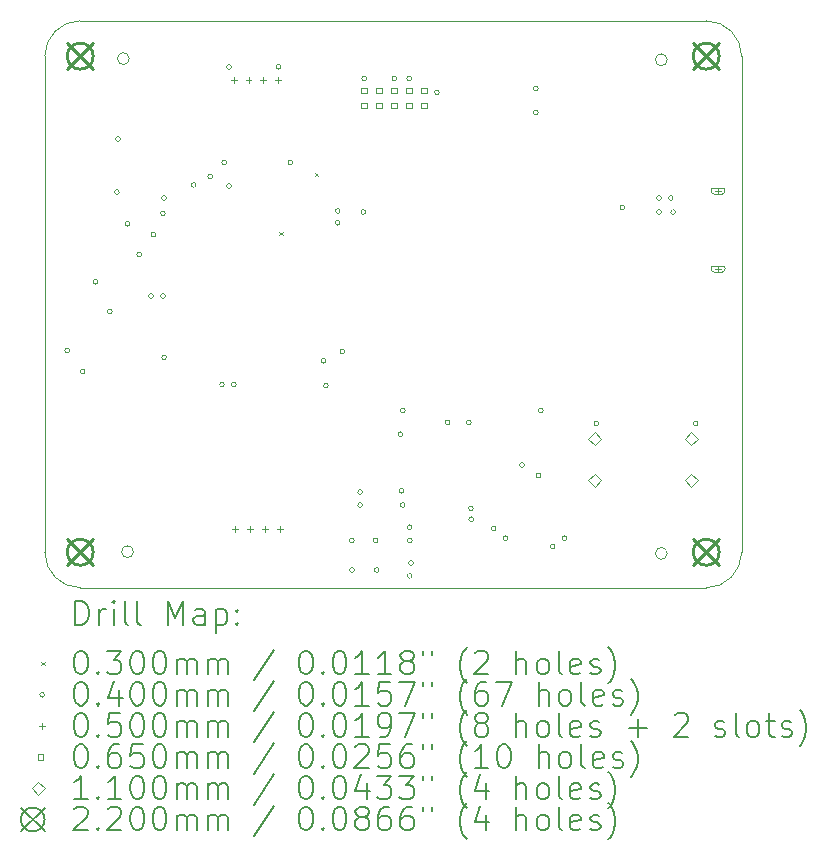
<source format=gbr>
%TF.GenerationSoftware,KiCad,Pcbnew,8.0.3*%
%TF.CreationDate,2024-07-29T10:59:52+05:30*%
%TF.ProjectId,SSTM32_REV2,5353544d-3332-45f5-9245-56322e6b6963,rev?*%
%TF.SameCoordinates,Original*%
%TF.FileFunction,Drillmap*%
%TF.FilePolarity,Positive*%
%FSLAX45Y45*%
G04 Gerber Fmt 4.5, Leading zero omitted, Abs format (unit mm)*
G04 Created by KiCad (PCBNEW 8.0.3) date 2024-07-29 10:59:52*
%MOMM*%
%LPD*%
G01*
G04 APERTURE LIST*
%ADD10C,0.050000*%
%ADD11C,0.200000*%
%ADD12C,0.100000*%
%ADD13C,0.110000*%
%ADD14C,0.220000*%
G04 APERTURE END LIST*
D10*
X14950000Y-12295000D02*
G75*
G02*
X14850000Y-12295000I-50000J0D01*
G01*
X14850000Y-12295000D02*
G75*
G02*
X14950000Y-12295000I50000J0D01*
G01*
X19470000Y-12310000D02*
G75*
G02*
X19370000Y-12310000I-50000J0D01*
G01*
X19370000Y-12310000D02*
G75*
G02*
X19470000Y-12310000I50000J0D01*
G01*
X19470000Y-8130000D02*
G75*
G02*
X19370000Y-8130000I-50000J0D01*
G01*
X19370000Y-8130000D02*
G75*
G02*
X19470000Y-8130000I50000J0D01*
G01*
X14915000Y-8120000D02*
G75*
G02*
X14815000Y-8120000I-50000J0D01*
G01*
X14815000Y-8120000D02*
G75*
G02*
X14915000Y-8120000I50000J0D01*
G01*
X14200000Y-8100000D02*
G75*
G02*
X14500000Y-7800000I300000J0D01*
G01*
X14500000Y-12600000D02*
G75*
G02*
X14200000Y-12300000I0J300000D01*
G01*
X14500000Y-12600000D02*
X19800000Y-12600000D01*
X19800000Y-7800000D02*
G75*
G02*
X20100000Y-8100000I0J-300000D01*
G01*
X14200000Y-8100000D02*
X14200000Y-12300000D01*
X19800000Y-7800000D02*
X14500000Y-7800000D01*
X20100000Y-12300000D02*
X20100000Y-8100000D01*
X20100000Y-12300000D02*
G75*
G02*
X19800000Y-12600000I-300000J0D01*
G01*
D11*
D12*
X16185000Y-9585000D02*
X16215000Y-9615000D01*
X16215000Y-9585000D02*
X16185000Y-9615000D01*
X16485000Y-9085000D02*
X16515000Y-9115000D01*
X16515000Y-9085000D02*
X16485000Y-9115000D01*
X14410000Y-10590000D02*
G75*
G02*
X14370000Y-10590000I-20000J0D01*
G01*
X14370000Y-10590000D02*
G75*
G02*
X14410000Y-10590000I20000J0D01*
G01*
X14540000Y-10770000D02*
G75*
G02*
X14500000Y-10770000I-20000J0D01*
G01*
X14500000Y-10770000D02*
G75*
G02*
X14540000Y-10770000I20000J0D01*
G01*
X14650000Y-10010000D02*
G75*
G02*
X14610000Y-10010000I-20000J0D01*
G01*
X14610000Y-10010000D02*
G75*
G02*
X14650000Y-10010000I20000J0D01*
G01*
X14770000Y-10260000D02*
G75*
G02*
X14730000Y-10260000I-20000J0D01*
G01*
X14730000Y-10260000D02*
G75*
G02*
X14770000Y-10260000I20000J0D01*
G01*
X14830000Y-9250000D02*
G75*
G02*
X14790000Y-9250000I-20000J0D01*
G01*
X14790000Y-9250000D02*
G75*
G02*
X14830000Y-9250000I20000J0D01*
G01*
X14840000Y-8800000D02*
G75*
G02*
X14800000Y-8800000I-20000J0D01*
G01*
X14800000Y-8800000D02*
G75*
G02*
X14840000Y-8800000I20000J0D01*
G01*
X14920000Y-9520000D02*
G75*
G02*
X14880000Y-9520000I-20000J0D01*
G01*
X14880000Y-9520000D02*
G75*
G02*
X14920000Y-9520000I20000J0D01*
G01*
X15020000Y-9780000D02*
G75*
G02*
X14980000Y-9780000I-20000J0D01*
G01*
X14980000Y-9780000D02*
G75*
G02*
X15020000Y-9780000I20000J0D01*
G01*
X15120000Y-10130000D02*
G75*
G02*
X15080000Y-10130000I-20000J0D01*
G01*
X15080000Y-10130000D02*
G75*
G02*
X15120000Y-10130000I20000J0D01*
G01*
X15140000Y-9610000D02*
G75*
G02*
X15100000Y-9610000I-20000J0D01*
G01*
X15100000Y-9610000D02*
G75*
G02*
X15140000Y-9610000I20000J0D01*
G01*
X15220000Y-9430000D02*
G75*
G02*
X15180000Y-9430000I-20000J0D01*
G01*
X15180000Y-9430000D02*
G75*
G02*
X15220000Y-9430000I20000J0D01*
G01*
X15220000Y-10130000D02*
G75*
G02*
X15180000Y-10130000I-20000J0D01*
G01*
X15180000Y-10130000D02*
G75*
G02*
X15220000Y-10130000I20000J0D01*
G01*
X15230000Y-9300000D02*
G75*
G02*
X15190000Y-9300000I-20000J0D01*
G01*
X15190000Y-9300000D02*
G75*
G02*
X15230000Y-9300000I20000J0D01*
G01*
X15230000Y-10650000D02*
G75*
G02*
X15190000Y-10650000I-20000J0D01*
G01*
X15190000Y-10650000D02*
G75*
G02*
X15230000Y-10650000I20000J0D01*
G01*
X15480000Y-9190000D02*
G75*
G02*
X15440000Y-9190000I-20000J0D01*
G01*
X15440000Y-9190000D02*
G75*
G02*
X15480000Y-9190000I20000J0D01*
G01*
X15620000Y-9120000D02*
G75*
G02*
X15580000Y-9120000I-20000J0D01*
G01*
X15580000Y-9120000D02*
G75*
G02*
X15620000Y-9120000I20000J0D01*
G01*
X15720000Y-10880000D02*
G75*
G02*
X15680000Y-10880000I-20000J0D01*
G01*
X15680000Y-10880000D02*
G75*
G02*
X15720000Y-10880000I20000J0D01*
G01*
X15740000Y-9000000D02*
G75*
G02*
X15700000Y-9000000I-20000J0D01*
G01*
X15700000Y-9000000D02*
G75*
G02*
X15740000Y-9000000I20000J0D01*
G01*
X15780000Y-8190000D02*
G75*
G02*
X15740000Y-8190000I-20000J0D01*
G01*
X15740000Y-8190000D02*
G75*
G02*
X15780000Y-8190000I20000J0D01*
G01*
X15780000Y-9200000D02*
G75*
G02*
X15740000Y-9200000I-20000J0D01*
G01*
X15740000Y-9200000D02*
G75*
G02*
X15780000Y-9200000I20000J0D01*
G01*
X15820000Y-10880000D02*
G75*
G02*
X15780000Y-10880000I-20000J0D01*
G01*
X15780000Y-10880000D02*
G75*
G02*
X15820000Y-10880000I20000J0D01*
G01*
X16200000Y-8190000D02*
G75*
G02*
X16160000Y-8190000I-20000J0D01*
G01*
X16160000Y-8190000D02*
G75*
G02*
X16200000Y-8190000I20000J0D01*
G01*
X16300000Y-9000000D02*
G75*
G02*
X16260000Y-9000000I-20000J0D01*
G01*
X16260000Y-9000000D02*
G75*
G02*
X16300000Y-9000000I20000J0D01*
G01*
X16580000Y-10680000D02*
G75*
G02*
X16540000Y-10680000I-20000J0D01*
G01*
X16540000Y-10680000D02*
G75*
G02*
X16580000Y-10680000I20000J0D01*
G01*
X16600000Y-10890000D02*
G75*
G02*
X16560000Y-10890000I-20000J0D01*
G01*
X16560000Y-10890000D02*
G75*
G02*
X16600000Y-10890000I20000J0D01*
G01*
X16700000Y-9410000D02*
G75*
G02*
X16660000Y-9410000I-20000J0D01*
G01*
X16660000Y-9410000D02*
G75*
G02*
X16700000Y-9410000I20000J0D01*
G01*
X16700000Y-9510000D02*
G75*
G02*
X16660000Y-9510000I-20000J0D01*
G01*
X16660000Y-9510000D02*
G75*
G02*
X16700000Y-9510000I20000J0D01*
G01*
X16740000Y-10600000D02*
G75*
G02*
X16700000Y-10600000I-20000J0D01*
G01*
X16700000Y-10600000D02*
G75*
G02*
X16740000Y-10600000I20000J0D01*
G01*
X16820000Y-12200000D02*
G75*
G02*
X16780000Y-12200000I-20000J0D01*
G01*
X16780000Y-12200000D02*
G75*
G02*
X16820000Y-12200000I20000J0D01*
G01*
X16820000Y-12450000D02*
G75*
G02*
X16780000Y-12450000I-20000J0D01*
G01*
X16780000Y-12450000D02*
G75*
G02*
X16820000Y-12450000I20000J0D01*
G01*
X16890000Y-11790000D02*
G75*
G02*
X16850000Y-11790000I-20000J0D01*
G01*
X16850000Y-11790000D02*
G75*
G02*
X16890000Y-11790000I20000J0D01*
G01*
X16890000Y-11900000D02*
G75*
G02*
X16850000Y-11900000I-20000J0D01*
G01*
X16850000Y-11900000D02*
G75*
G02*
X16890000Y-11900000I20000J0D01*
G01*
X16917578Y-9418823D02*
G75*
G02*
X16877578Y-9418823I-20000J0D01*
G01*
X16877578Y-9418823D02*
G75*
G02*
X16917578Y-9418823I20000J0D01*
G01*
X16925000Y-8290000D02*
G75*
G02*
X16885000Y-8290000I-20000J0D01*
G01*
X16885000Y-8290000D02*
G75*
G02*
X16925000Y-8290000I20000J0D01*
G01*
X17020000Y-12200000D02*
G75*
G02*
X16980000Y-12200000I-20000J0D01*
G01*
X16980000Y-12200000D02*
G75*
G02*
X17020000Y-12200000I20000J0D01*
G01*
X17030000Y-12450000D02*
G75*
G02*
X16990000Y-12450000I-20000J0D01*
G01*
X16990000Y-12450000D02*
G75*
G02*
X17030000Y-12450000I20000J0D01*
G01*
X17180000Y-8290000D02*
G75*
G02*
X17140000Y-8290000I-20000J0D01*
G01*
X17140000Y-8290000D02*
G75*
G02*
X17180000Y-8290000I20000J0D01*
G01*
X17230000Y-11300000D02*
G75*
G02*
X17190000Y-11300000I-20000J0D01*
G01*
X17190000Y-11300000D02*
G75*
G02*
X17230000Y-11300000I20000J0D01*
G01*
X17240000Y-11780000D02*
G75*
G02*
X17200000Y-11780000I-20000J0D01*
G01*
X17200000Y-11780000D02*
G75*
G02*
X17240000Y-11780000I20000J0D01*
G01*
X17250000Y-11100000D02*
G75*
G02*
X17210000Y-11100000I-20000J0D01*
G01*
X17210000Y-11100000D02*
G75*
G02*
X17250000Y-11100000I20000J0D01*
G01*
X17250000Y-11900000D02*
G75*
G02*
X17210000Y-11900000I-20000J0D01*
G01*
X17210000Y-11900000D02*
G75*
G02*
X17250000Y-11900000I20000J0D01*
G01*
X17305000Y-8290000D02*
G75*
G02*
X17265000Y-8290000I-20000J0D01*
G01*
X17265000Y-8290000D02*
G75*
G02*
X17305000Y-8290000I20000J0D01*
G01*
X17309595Y-12087109D02*
G75*
G02*
X17269595Y-12087109I-20000J0D01*
G01*
X17269595Y-12087109D02*
G75*
G02*
X17309595Y-12087109I20000J0D01*
G01*
X17310000Y-12200000D02*
G75*
G02*
X17270000Y-12200000I-20000J0D01*
G01*
X17270000Y-12200000D02*
G75*
G02*
X17310000Y-12200000I20000J0D01*
G01*
X17310000Y-12500000D02*
G75*
G02*
X17270000Y-12500000I-20000J0D01*
G01*
X17270000Y-12500000D02*
G75*
G02*
X17310000Y-12500000I20000J0D01*
G01*
X17320000Y-12390000D02*
G75*
G02*
X17280000Y-12390000I-20000J0D01*
G01*
X17280000Y-12390000D02*
G75*
G02*
X17320000Y-12390000I20000J0D01*
G01*
X17540000Y-8405000D02*
G75*
G02*
X17500000Y-8405000I-20000J0D01*
G01*
X17500000Y-8405000D02*
G75*
G02*
X17540000Y-8405000I20000J0D01*
G01*
X17630000Y-11200000D02*
G75*
G02*
X17590000Y-11200000I-20000J0D01*
G01*
X17590000Y-11200000D02*
G75*
G02*
X17630000Y-11200000I20000J0D01*
G01*
X17810000Y-11200000D02*
G75*
G02*
X17770000Y-11200000I-20000J0D01*
G01*
X17770000Y-11200000D02*
G75*
G02*
X17810000Y-11200000I20000J0D01*
G01*
X17828100Y-11929019D02*
G75*
G02*
X17788100Y-11929019I-20000J0D01*
G01*
X17788100Y-11929019D02*
G75*
G02*
X17828100Y-11929019I20000J0D01*
G01*
X17830000Y-12020000D02*
G75*
G02*
X17790000Y-12020000I-20000J0D01*
G01*
X17790000Y-12020000D02*
G75*
G02*
X17830000Y-12020000I20000J0D01*
G01*
X18020000Y-12100000D02*
G75*
G02*
X17980000Y-12100000I-20000J0D01*
G01*
X17980000Y-12100000D02*
G75*
G02*
X18020000Y-12100000I20000J0D01*
G01*
X18120000Y-12180000D02*
G75*
G02*
X18080000Y-12180000I-20000J0D01*
G01*
X18080000Y-12180000D02*
G75*
G02*
X18120000Y-12180000I20000J0D01*
G01*
X18260000Y-11560000D02*
G75*
G02*
X18220000Y-11560000I-20000J0D01*
G01*
X18220000Y-11560000D02*
G75*
G02*
X18260000Y-11560000I20000J0D01*
G01*
X18377500Y-8375000D02*
G75*
G02*
X18337500Y-8375000I-20000J0D01*
G01*
X18337500Y-8375000D02*
G75*
G02*
X18377500Y-8375000I20000J0D01*
G01*
X18377500Y-8575000D02*
G75*
G02*
X18337500Y-8575000I-20000J0D01*
G01*
X18337500Y-8575000D02*
G75*
G02*
X18377500Y-8575000I20000J0D01*
G01*
X18400000Y-11650000D02*
G75*
G02*
X18360000Y-11650000I-20000J0D01*
G01*
X18360000Y-11650000D02*
G75*
G02*
X18400000Y-11650000I20000J0D01*
G01*
X18420000Y-11100000D02*
G75*
G02*
X18380000Y-11100000I-20000J0D01*
G01*
X18380000Y-11100000D02*
G75*
G02*
X18420000Y-11100000I20000J0D01*
G01*
X18520000Y-12250000D02*
G75*
G02*
X18480000Y-12250000I-20000J0D01*
G01*
X18480000Y-12250000D02*
G75*
G02*
X18520000Y-12250000I20000J0D01*
G01*
X18620000Y-12180000D02*
G75*
G02*
X18580000Y-12180000I-20000J0D01*
G01*
X18580000Y-12180000D02*
G75*
G02*
X18620000Y-12180000I20000J0D01*
G01*
X18890000Y-11210000D02*
G75*
G02*
X18850000Y-11210000I-20000J0D01*
G01*
X18850000Y-11210000D02*
G75*
G02*
X18890000Y-11210000I20000J0D01*
G01*
X19110000Y-9380000D02*
G75*
G02*
X19070000Y-9380000I-20000J0D01*
G01*
X19070000Y-9380000D02*
G75*
G02*
X19110000Y-9380000I20000J0D01*
G01*
X19420000Y-9300000D02*
G75*
G02*
X19380000Y-9300000I-20000J0D01*
G01*
X19380000Y-9300000D02*
G75*
G02*
X19420000Y-9300000I20000J0D01*
G01*
X19420000Y-9420000D02*
G75*
G02*
X19380000Y-9420000I-20000J0D01*
G01*
X19380000Y-9420000D02*
G75*
G02*
X19420000Y-9420000I20000J0D01*
G01*
X19520000Y-9300000D02*
G75*
G02*
X19480000Y-9300000I-20000J0D01*
G01*
X19480000Y-9300000D02*
G75*
G02*
X19520000Y-9300000I20000J0D01*
G01*
X19540000Y-9420000D02*
G75*
G02*
X19500000Y-9420000I-20000J0D01*
G01*
X19500000Y-9420000D02*
G75*
G02*
X19540000Y-9420000I20000J0D01*
G01*
X19730000Y-11210000D02*
G75*
G02*
X19690000Y-11210000I-20000J0D01*
G01*
X19690000Y-11210000D02*
G75*
G02*
X19730000Y-11210000I20000J0D01*
G01*
X15800000Y-8275000D02*
X15800000Y-8325000D01*
X15775000Y-8300000D02*
X15825000Y-8300000D01*
X15812500Y-12075000D02*
X15812500Y-12125000D01*
X15787500Y-12100000D02*
X15837500Y-12100000D01*
X15925000Y-8275000D02*
X15925000Y-8325000D01*
X15900000Y-8300000D02*
X15950000Y-8300000D01*
X15937500Y-12075000D02*
X15937500Y-12125000D01*
X15912500Y-12100000D02*
X15962500Y-12100000D01*
X16050000Y-8275000D02*
X16050000Y-8325000D01*
X16025000Y-8300000D02*
X16075000Y-8300000D01*
X16062500Y-12075000D02*
X16062500Y-12125000D01*
X16037500Y-12100000D02*
X16087500Y-12100000D01*
X16175000Y-8275000D02*
X16175000Y-8325000D01*
X16150000Y-8300000D02*
X16200000Y-8300000D01*
X16187500Y-12075000D02*
X16187500Y-12125000D01*
X16162500Y-12100000D02*
X16212500Y-12100000D01*
X19900000Y-9215000D02*
X19900000Y-9265000D01*
X19875000Y-9240000D02*
X19925000Y-9240000D01*
X19935000Y-9215000D02*
X19865000Y-9215000D01*
X19865000Y-9265000D02*
G75*
G02*
X19865000Y-9215000I0J25000D01*
G01*
X19865000Y-9265000D02*
X19935000Y-9265000D01*
X19935000Y-9265000D02*
G75*
G03*
X19935000Y-9215000I0J25000D01*
G01*
X19900000Y-9875000D02*
X19900000Y-9925000D01*
X19875000Y-9900000D02*
X19925000Y-9900000D01*
X19935000Y-9875000D02*
X19865000Y-9875000D01*
X19865000Y-9925000D02*
G75*
G02*
X19865000Y-9875000I0J25000D01*
G01*
X19865000Y-9925000D02*
X19935000Y-9925000D01*
X19935000Y-9925000D02*
G75*
G03*
X19935000Y-9875000I0J25000D01*
G01*
X16924981Y-8415481D02*
X16924981Y-8369519D01*
X16879019Y-8369519D01*
X16879019Y-8415481D01*
X16924981Y-8415481D01*
X16924981Y-8542481D02*
X16924981Y-8496519D01*
X16879019Y-8496519D01*
X16879019Y-8542481D01*
X16924981Y-8542481D01*
X17051981Y-8415481D02*
X17051981Y-8369519D01*
X17006019Y-8369519D01*
X17006019Y-8415481D01*
X17051981Y-8415481D01*
X17051981Y-8542481D02*
X17051981Y-8496519D01*
X17006019Y-8496519D01*
X17006019Y-8542481D01*
X17051981Y-8542481D01*
X17178981Y-8415481D02*
X17178981Y-8369519D01*
X17133019Y-8369519D01*
X17133019Y-8415481D01*
X17178981Y-8415481D01*
X17178981Y-8542481D02*
X17178981Y-8496519D01*
X17133019Y-8496519D01*
X17133019Y-8542481D01*
X17178981Y-8542481D01*
X17305981Y-8415481D02*
X17305981Y-8369519D01*
X17260019Y-8369519D01*
X17260019Y-8415481D01*
X17305981Y-8415481D01*
X17305981Y-8542481D02*
X17305981Y-8496519D01*
X17260019Y-8496519D01*
X17260019Y-8542481D01*
X17305981Y-8542481D01*
X17432981Y-8415481D02*
X17432981Y-8369519D01*
X17387019Y-8369519D01*
X17387019Y-8415481D01*
X17432981Y-8415481D01*
X17432981Y-8542481D02*
X17432981Y-8496519D01*
X17387019Y-8496519D01*
X17387019Y-8542481D01*
X17432981Y-8542481D01*
D13*
X18855250Y-11395000D02*
X18910250Y-11340000D01*
X18855250Y-11285000D01*
X18800250Y-11340000D01*
X18855250Y-11395000D01*
X18855250Y-11745000D02*
X18910250Y-11690000D01*
X18855250Y-11635000D01*
X18800250Y-11690000D01*
X18855250Y-11745000D01*
X19675250Y-11395000D02*
X19730250Y-11340000D01*
X19675250Y-11285000D01*
X19620250Y-11340000D01*
X19675250Y-11395000D01*
X19675250Y-11745000D02*
X19730250Y-11690000D01*
X19675250Y-11635000D01*
X19620250Y-11690000D01*
X19675250Y-11745000D01*
D14*
X14390000Y-7990000D02*
X14610000Y-8210000D01*
X14610000Y-7990000D02*
X14390000Y-8210000D01*
X14610000Y-8100000D02*
G75*
G02*
X14390000Y-8100000I-110000J0D01*
G01*
X14390000Y-8100000D02*
G75*
G02*
X14610000Y-8100000I110000J0D01*
G01*
X14390000Y-12190000D02*
X14610000Y-12410000D01*
X14610000Y-12190000D02*
X14390000Y-12410000D01*
X14610000Y-12300000D02*
G75*
G02*
X14390000Y-12300000I-110000J0D01*
G01*
X14390000Y-12300000D02*
G75*
G02*
X14610000Y-12300000I110000J0D01*
G01*
X19690000Y-7990000D02*
X19910000Y-8210000D01*
X19910000Y-7990000D02*
X19690000Y-8210000D01*
X19910000Y-8100000D02*
G75*
G02*
X19690000Y-8100000I-110000J0D01*
G01*
X19690000Y-8100000D02*
G75*
G02*
X19910000Y-8100000I110000J0D01*
G01*
X19690000Y-12190000D02*
X19910000Y-12410000D01*
X19910000Y-12190000D02*
X19690000Y-12410000D01*
X19910000Y-12300000D02*
G75*
G02*
X19690000Y-12300000I-110000J0D01*
G01*
X19690000Y-12300000D02*
G75*
G02*
X19910000Y-12300000I110000J0D01*
G01*
D11*
X14458277Y-12913984D02*
X14458277Y-12713984D01*
X14458277Y-12713984D02*
X14505896Y-12713984D01*
X14505896Y-12713984D02*
X14534467Y-12723508D01*
X14534467Y-12723508D02*
X14553515Y-12742555D01*
X14553515Y-12742555D02*
X14563039Y-12761603D01*
X14563039Y-12761603D02*
X14572562Y-12799698D01*
X14572562Y-12799698D02*
X14572562Y-12828269D01*
X14572562Y-12828269D02*
X14563039Y-12866365D01*
X14563039Y-12866365D02*
X14553515Y-12885412D01*
X14553515Y-12885412D02*
X14534467Y-12904460D01*
X14534467Y-12904460D02*
X14505896Y-12913984D01*
X14505896Y-12913984D02*
X14458277Y-12913984D01*
X14658277Y-12913984D02*
X14658277Y-12780650D01*
X14658277Y-12818746D02*
X14667801Y-12799698D01*
X14667801Y-12799698D02*
X14677324Y-12790174D01*
X14677324Y-12790174D02*
X14696372Y-12780650D01*
X14696372Y-12780650D02*
X14715420Y-12780650D01*
X14782086Y-12913984D02*
X14782086Y-12780650D01*
X14782086Y-12713984D02*
X14772562Y-12723508D01*
X14772562Y-12723508D02*
X14782086Y-12733031D01*
X14782086Y-12733031D02*
X14791610Y-12723508D01*
X14791610Y-12723508D02*
X14782086Y-12713984D01*
X14782086Y-12713984D02*
X14782086Y-12733031D01*
X14905896Y-12913984D02*
X14886848Y-12904460D01*
X14886848Y-12904460D02*
X14877324Y-12885412D01*
X14877324Y-12885412D02*
X14877324Y-12713984D01*
X15010658Y-12913984D02*
X14991610Y-12904460D01*
X14991610Y-12904460D02*
X14982086Y-12885412D01*
X14982086Y-12885412D02*
X14982086Y-12713984D01*
X15239229Y-12913984D02*
X15239229Y-12713984D01*
X15239229Y-12713984D02*
X15305896Y-12856841D01*
X15305896Y-12856841D02*
X15372562Y-12713984D01*
X15372562Y-12713984D02*
X15372562Y-12913984D01*
X15553515Y-12913984D02*
X15553515Y-12809222D01*
X15553515Y-12809222D02*
X15543991Y-12790174D01*
X15543991Y-12790174D02*
X15524943Y-12780650D01*
X15524943Y-12780650D02*
X15486848Y-12780650D01*
X15486848Y-12780650D02*
X15467801Y-12790174D01*
X15553515Y-12904460D02*
X15534467Y-12913984D01*
X15534467Y-12913984D02*
X15486848Y-12913984D01*
X15486848Y-12913984D02*
X15467801Y-12904460D01*
X15467801Y-12904460D02*
X15458277Y-12885412D01*
X15458277Y-12885412D02*
X15458277Y-12866365D01*
X15458277Y-12866365D02*
X15467801Y-12847317D01*
X15467801Y-12847317D02*
X15486848Y-12837793D01*
X15486848Y-12837793D02*
X15534467Y-12837793D01*
X15534467Y-12837793D02*
X15553515Y-12828269D01*
X15648753Y-12780650D02*
X15648753Y-12980650D01*
X15648753Y-12790174D02*
X15667801Y-12780650D01*
X15667801Y-12780650D02*
X15705896Y-12780650D01*
X15705896Y-12780650D02*
X15724943Y-12790174D01*
X15724943Y-12790174D02*
X15734467Y-12799698D01*
X15734467Y-12799698D02*
X15743991Y-12818746D01*
X15743991Y-12818746D02*
X15743991Y-12875888D01*
X15743991Y-12875888D02*
X15734467Y-12894936D01*
X15734467Y-12894936D02*
X15724943Y-12904460D01*
X15724943Y-12904460D02*
X15705896Y-12913984D01*
X15705896Y-12913984D02*
X15667801Y-12913984D01*
X15667801Y-12913984D02*
X15648753Y-12904460D01*
X15829705Y-12894936D02*
X15839229Y-12904460D01*
X15839229Y-12904460D02*
X15829705Y-12913984D01*
X15829705Y-12913984D02*
X15820182Y-12904460D01*
X15820182Y-12904460D02*
X15829705Y-12894936D01*
X15829705Y-12894936D02*
X15829705Y-12913984D01*
X15829705Y-12790174D02*
X15839229Y-12799698D01*
X15839229Y-12799698D02*
X15829705Y-12809222D01*
X15829705Y-12809222D02*
X15820182Y-12799698D01*
X15820182Y-12799698D02*
X15829705Y-12790174D01*
X15829705Y-12790174D02*
X15829705Y-12809222D01*
D12*
X14167500Y-13227500D02*
X14197500Y-13257500D01*
X14197500Y-13227500D02*
X14167500Y-13257500D01*
D11*
X14496372Y-13133984D02*
X14515420Y-13133984D01*
X14515420Y-13133984D02*
X14534467Y-13143508D01*
X14534467Y-13143508D02*
X14543991Y-13153031D01*
X14543991Y-13153031D02*
X14553515Y-13172079D01*
X14553515Y-13172079D02*
X14563039Y-13210174D01*
X14563039Y-13210174D02*
X14563039Y-13257793D01*
X14563039Y-13257793D02*
X14553515Y-13295888D01*
X14553515Y-13295888D02*
X14543991Y-13314936D01*
X14543991Y-13314936D02*
X14534467Y-13324460D01*
X14534467Y-13324460D02*
X14515420Y-13333984D01*
X14515420Y-13333984D02*
X14496372Y-13333984D01*
X14496372Y-13333984D02*
X14477324Y-13324460D01*
X14477324Y-13324460D02*
X14467801Y-13314936D01*
X14467801Y-13314936D02*
X14458277Y-13295888D01*
X14458277Y-13295888D02*
X14448753Y-13257793D01*
X14448753Y-13257793D02*
X14448753Y-13210174D01*
X14448753Y-13210174D02*
X14458277Y-13172079D01*
X14458277Y-13172079D02*
X14467801Y-13153031D01*
X14467801Y-13153031D02*
X14477324Y-13143508D01*
X14477324Y-13143508D02*
X14496372Y-13133984D01*
X14648753Y-13314936D02*
X14658277Y-13324460D01*
X14658277Y-13324460D02*
X14648753Y-13333984D01*
X14648753Y-13333984D02*
X14639229Y-13324460D01*
X14639229Y-13324460D02*
X14648753Y-13314936D01*
X14648753Y-13314936D02*
X14648753Y-13333984D01*
X14724943Y-13133984D02*
X14848753Y-13133984D01*
X14848753Y-13133984D02*
X14782086Y-13210174D01*
X14782086Y-13210174D02*
X14810658Y-13210174D01*
X14810658Y-13210174D02*
X14829705Y-13219698D01*
X14829705Y-13219698D02*
X14839229Y-13229222D01*
X14839229Y-13229222D02*
X14848753Y-13248269D01*
X14848753Y-13248269D02*
X14848753Y-13295888D01*
X14848753Y-13295888D02*
X14839229Y-13314936D01*
X14839229Y-13314936D02*
X14829705Y-13324460D01*
X14829705Y-13324460D02*
X14810658Y-13333984D01*
X14810658Y-13333984D02*
X14753515Y-13333984D01*
X14753515Y-13333984D02*
X14734467Y-13324460D01*
X14734467Y-13324460D02*
X14724943Y-13314936D01*
X14972562Y-13133984D02*
X14991610Y-13133984D01*
X14991610Y-13133984D02*
X15010658Y-13143508D01*
X15010658Y-13143508D02*
X15020182Y-13153031D01*
X15020182Y-13153031D02*
X15029705Y-13172079D01*
X15029705Y-13172079D02*
X15039229Y-13210174D01*
X15039229Y-13210174D02*
X15039229Y-13257793D01*
X15039229Y-13257793D02*
X15029705Y-13295888D01*
X15029705Y-13295888D02*
X15020182Y-13314936D01*
X15020182Y-13314936D02*
X15010658Y-13324460D01*
X15010658Y-13324460D02*
X14991610Y-13333984D01*
X14991610Y-13333984D02*
X14972562Y-13333984D01*
X14972562Y-13333984D02*
X14953515Y-13324460D01*
X14953515Y-13324460D02*
X14943991Y-13314936D01*
X14943991Y-13314936D02*
X14934467Y-13295888D01*
X14934467Y-13295888D02*
X14924943Y-13257793D01*
X14924943Y-13257793D02*
X14924943Y-13210174D01*
X14924943Y-13210174D02*
X14934467Y-13172079D01*
X14934467Y-13172079D02*
X14943991Y-13153031D01*
X14943991Y-13153031D02*
X14953515Y-13143508D01*
X14953515Y-13143508D02*
X14972562Y-13133984D01*
X15163039Y-13133984D02*
X15182086Y-13133984D01*
X15182086Y-13133984D02*
X15201134Y-13143508D01*
X15201134Y-13143508D02*
X15210658Y-13153031D01*
X15210658Y-13153031D02*
X15220182Y-13172079D01*
X15220182Y-13172079D02*
X15229705Y-13210174D01*
X15229705Y-13210174D02*
X15229705Y-13257793D01*
X15229705Y-13257793D02*
X15220182Y-13295888D01*
X15220182Y-13295888D02*
X15210658Y-13314936D01*
X15210658Y-13314936D02*
X15201134Y-13324460D01*
X15201134Y-13324460D02*
X15182086Y-13333984D01*
X15182086Y-13333984D02*
X15163039Y-13333984D01*
X15163039Y-13333984D02*
X15143991Y-13324460D01*
X15143991Y-13324460D02*
X15134467Y-13314936D01*
X15134467Y-13314936D02*
X15124943Y-13295888D01*
X15124943Y-13295888D02*
X15115420Y-13257793D01*
X15115420Y-13257793D02*
X15115420Y-13210174D01*
X15115420Y-13210174D02*
X15124943Y-13172079D01*
X15124943Y-13172079D02*
X15134467Y-13153031D01*
X15134467Y-13153031D02*
X15143991Y-13143508D01*
X15143991Y-13143508D02*
X15163039Y-13133984D01*
X15315420Y-13333984D02*
X15315420Y-13200650D01*
X15315420Y-13219698D02*
X15324943Y-13210174D01*
X15324943Y-13210174D02*
X15343991Y-13200650D01*
X15343991Y-13200650D02*
X15372563Y-13200650D01*
X15372563Y-13200650D02*
X15391610Y-13210174D01*
X15391610Y-13210174D02*
X15401134Y-13229222D01*
X15401134Y-13229222D02*
X15401134Y-13333984D01*
X15401134Y-13229222D02*
X15410658Y-13210174D01*
X15410658Y-13210174D02*
X15429705Y-13200650D01*
X15429705Y-13200650D02*
X15458277Y-13200650D01*
X15458277Y-13200650D02*
X15477324Y-13210174D01*
X15477324Y-13210174D02*
X15486848Y-13229222D01*
X15486848Y-13229222D02*
X15486848Y-13333984D01*
X15582086Y-13333984D02*
X15582086Y-13200650D01*
X15582086Y-13219698D02*
X15591610Y-13210174D01*
X15591610Y-13210174D02*
X15610658Y-13200650D01*
X15610658Y-13200650D02*
X15639229Y-13200650D01*
X15639229Y-13200650D02*
X15658277Y-13210174D01*
X15658277Y-13210174D02*
X15667801Y-13229222D01*
X15667801Y-13229222D02*
X15667801Y-13333984D01*
X15667801Y-13229222D02*
X15677324Y-13210174D01*
X15677324Y-13210174D02*
X15696372Y-13200650D01*
X15696372Y-13200650D02*
X15724943Y-13200650D01*
X15724943Y-13200650D02*
X15743991Y-13210174D01*
X15743991Y-13210174D02*
X15753515Y-13229222D01*
X15753515Y-13229222D02*
X15753515Y-13333984D01*
X16143991Y-13124460D02*
X15972563Y-13381603D01*
X16401134Y-13133984D02*
X16420182Y-13133984D01*
X16420182Y-13133984D02*
X16439229Y-13143508D01*
X16439229Y-13143508D02*
X16448753Y-13153031D01*
X16448753Y-13153031D02*
X16458277Y-13172079D01*
X16458277Y-13172079D02*
X16467801Y-13210174D01*
X16467801Y-13210174D02*
X16467801Y-13257793D01*
X16467801Y-13257793D02*
X16458277Y-13295888D01*
X16458277Y-13295888D02*
X16448753Y-13314936D01*
X16448753Y-13314936D02*
X16439229Y-13324460D01*
X16439229Y-13324460D02*
X16420182Y-13333984D01*
X16420182Y-13333984D02*
X16401134Y-13333984D01*
X16401134Y-13333984D02*
X16382086Y-13324460D01*
X16382086Y-13324460D02*
X16372563Y-13314936D01*
X16372563Y-13314936D02*
X16363039Y-13295888D01*
X16363039Y-13295888D02*
X16353515Y-13257793D01*
X16353515Y-13257793D02*
X16353515Y-13210174D01*
X16353515Y-13210174D02*
X16363039Y-13172079D01*
X16363039Y-13172079D02*
X16372563Y-13153031D01*
X16372563Y-13153031D02*
X16382086Y-13143508D01*
X16382086Y-13143508D02*
X16401134Y-13133984D01*
X16553515Y-13314936D02*
X16563039Y-13324460D01*
X16563039Y-13324460D02*
X16553515Y-13333984D01*
X16553515Y-13333984D02*
X16543991Y-13324460D01*
X16543991Y-13324460D02*
X16553515Y-13314936D01*
X16553515Y-13314936D02*
X16553515Y-13333984D01*
X16686848Y-13133984D02*
X16705896Y-13133984D01*
X16705896Y-13133984D02*
X16724944Y-13143508D01*
X16724944Y-13143508D02*
X16734467Y-13153031D01*
X16734467Y-13153031D02*
X16743991Y-13172079D01*
X16743991Y-13172079D02*
X16753515Y-13210174D01*
X16753515Y-13210174D02*
X16753515Y-13257793D01*
X16753515Y-13257793D02*
X16743991Y-13295888D01*
X16743991Y-13295888D02*
X16734467Y-13314936D01*
X16734467Y-13314936D02*
X16724944Y-13324460D01*
X16724944Y-13324460D02*
X16705896Y-13333984D01*
X16705896Y-13333984D02*
X16686848Y-13333984D01*
X16686848Y-13333984D02*
X16667801Y-13324460D01*
X16667801Y-13324460D02*
X16658277Y-13314936D01*
X16658277Y-13314936D02*
X16648753Y-13295888D01*
X16648753Y-13295888D02*
X16639229Y-13257793D01*
X16639229Y-13257793D02*
X16639229Y-13210174D01*
X16639229Y-13210174D02*
X16648753Y-13172079D01*
X16648753Y-13172079D02*
X16658277Y-13153031D01*
X16658277Y-13153031D02*
X16667801Y-13143508D01*
X16667801Y-13143508D02*
X16686848Y-13133984D01*
X16943991Y-13333984D02*
X16829706Y-13333984D01*
X16886848Y-13333984D02*
X16886848Y-13133984D01*
X16886848Y-13133984D02*
X16867801Y-13162555D01*
X16867801Y-13162555D02*
X16848753Y-13181603D01*
X16848753Y-13181603D02*
X16829706Y-13191127D01*
X17134468Y-13333984D02*
X17020182Y-13333984D01*
X17077325Y-13333984D02*
X17077325Y-13133984D01*
X17077325Y-13133984D02*
X17058277Y-13162555D01*
X17058277Y-13162555D02*
X17039229Y-13181603D01*
X17039229Y-13181603D02*
X17020182Y-13191127D01*
X17248753Y-13219698D02*
X17229706Y-13210174D01*
X17229706Y-13210174D02*
X17220182Y-13200650D01*
X17220182Y-13200650D02*
X17210658Y-13181603D01*
X17210658Y-13181603D02*
X17210658Y-13172079D01*
X17210658Y-13172079D02*
X17220182Y-13153031D01*
X17220182Y-13153031D02*
X17229706Y-13143508D01*
X17229706Y-13143508D02*
X17248753Y-13133984D01*
X17248753Y-13133984D02*
X17286849Y-13133984D01*
X17286849Y-13133984D02*
X17305896Y-13143508D01*
X17305896Y-13143508D02*
X17315420Y-13153031D01*
X17315420Y-13153031D02*
X17324944Y-13172079D01*
X17324944Y-13172079D02*
X17324944Y-13181603D01*
X17324944Y-13181603D02*
X17315420Y-13200650D01*
X17315420Y-13200650D02*
X17305896Y-13210174D01*
X17305896Y-13210174D02*
X17286849Y-13219698D01*
X17286849Y-13219698D02*
X17248753Y-13219698D01*
X17248753Y-13219698D02*
X17229706Y-13229222D01*
X17229706Y-13229222D02*
X17220182Y-13238746D01*
X17220182Y-13238746D02*
X17210658Y-13257793D01*
X17210658Y-13257793D02*
X17210658Y-13295888D01*
X17210658Y-13295888D02*
X17220182Y-13314936D01*
X17220182Y-13314936D02*
X17229706Y-13324460D01*
X17229706Y-13324460D02*
X17248753Y-13333984D01*
X17248753Y-13333984D02*
X17286849Y-13333984D01*
X17286849Y-13333984D02*
X17305896Y-13324460D01*
X17305896Y-13324460D02*
X17315420Y-13314936D01*
X17315420Y-13314936D02*
X17324944Y-13295888D01*
X17324944Y-13295888D02*
X17324944Y-13257793D01*
X17324944Y-13257793D02*
X17315420Y-13238746D01*
X17315420Y-13238746D02*
X17305896Y-13229222D01*
X17305896Y-13229222D02*
X17286849Y-13219698D01*
X17401134Y-13133984D02*
X17401134Y-13172079D01*
X17477325Y-13133984D02*
X17477325Y-13172079D01*
X17772563Y-13410174D02*
X17763039Y-13400650D01*
X17763039Y-13400650D02*
X17743991Y-13372079D01*
X17743991Y-13372079D02*
X17734468Y-13353031D01*
X17734468Y-13353031D02*
X17724944Y-13324460D01*
X17724944Y-13324460D02*
X17715420Y-13276841D01*
X17715420Y-13276841D02*
X17715420Y-13238746D01*
X17715420Y-13238746D02*
X17724944Y-13191127D01*
X17724944Y-13191127D02*
X17734468Y-13162555D01*
X17734468Y-13162555D02*
X17743991Y-13143508D01*
X17743991Y-13143508D02*
X17763039Y-13114936D01*
X17763039Y-13114936D02*
X17772563Y-13105412D01*
X17839230Y-13153031D02*
X17848753Y-13143508D01*
X17848753Y-13143508D02*
X17867801Y-13133984D01*
X17867801Y-13133984D02*
X17915420Y-13133984D01*
X17915420Y-13133984D02*
X17934468Y-13143508D01*
X17934468Y-13143508D02*
X17943991Y-13153031D01*
X17943991Y-13153031D02*
X17953515Y-13172079D01*
X17953515Y-13172079D02*
X17953515Y-13191127D01*
X17953515Y-13191127D02*
X17943991Y-13219698D01*
X17943991Y-13219698D02*
X17829706Y-13333984D01*
X17829706Y-13333984D02*
X17953515Y-13333984D01*
X18191611Y-13333984D02*
X18191611Y-13133984D01*
X18277325Y-13333984D02*
X18277325Y-13229222D01*
X18277325Y-13229222D02*
X18267801Y-13210174D01*
X18267801Y-13210174D02*
X18248753Y-13200650D01*
X18248753Y-13200650D02*
X18220182Y-13200650D01*
X18220182Y-13200650D02*
X18201134Y-13210174D01*
X18201134Y-13210174D02*
X18191611Y-13219698D01*
X18401134Y-13333984D02*
X18382087Y-13324460D01*
X18382087Y-13324460D02*
X18372563Y-13314936D01*
X18372563Y-13314936D02*
X18363039Y-13295888D01*
X18363039Y-13295888D02*
X18363039Y-13238746D01*
X18363039Y-13238746D02*
X18372563Y-13219698D01*
X18372563Y-13219698D02*
X18382087Y-13210174D01*
X18382087Y-13210174D02*
X18401134Y-13200650D01*
X18401134Y-13200650D02*
X18429706Y-13200650D01*
X18429706Y-13200650D02*
X18448753Y-13210174D01*
X18448753Y-13210174D02*
X18458277Y-13219698D01*
X18458277Y-13219698D02*
X18467801Y-13238746D01*
X18467801Y-13238746D02*
X18467801Y-13295888D01*
X18467801Y-13295888D02*
X18458277Y-13314936D01*
X18458277Y-13314936D02*
X18448753Y-13324460D01*
X18448753Y-13324460D02*
X18429706Y-13333984D01*
X18429706Y-13333984D02*
X18401134Y-13333984D01*
X18582087Y-13333984D02*
X18563039Y-13324460D01*
X18563039Y-13324460D02*
X18553515Y-13305412D01*
X18553515Y-13305412D02*
X18553515Y-13133984D01*
X18734468Y-13324460D02*
X18715420Y-13333984D01*
X18715420Y-13333984D02*
X18677325Y-13333984D01*
X18677325Y-13333984D02*
X18658277Y-13324460D01*
X18658277Y-13324460D02*
X18648753Y-13305412D01*
X18648753Y-13305412D02*
X18648753Y-13229222D01*
X18648753Y-13229222D02*
X18658277Y-13210174D01*
X18658277Y-13210174D02*
X18677325Y-13200650D01*
X18677325Y-13200650D02*
X18715420Y-13200650D01*
X18715420Y-13200650D02*
X18734468Y-13210174D01*
X18734468Y-13210174D02*
X18743992Y-13229222D01*
X18743992Y-13229222D02*
X18743992Y-13248269D01*
X18743992Y-13248269D02*
X18648753Y-13267317D01*
X18820182Y-13324460D02*
X18839230Y-13333984D01*
X18839230Y-13333984D02*
X18877325Y-13333984D01*
X18877325Y-13333984D02*
X18896373Y-13324460D01*
X18896373Y-13324460D02*
X18905896Y-13305412D01*
X18905896Y-13305412D02*
X18905896Y-13295888D01*
X18905896Y-13295888D02*
X18896373Y-13276841D01*
X18896373Y-13276841D02*
X18877325Y-13267317D01*
X18877325Y-13267317D02*
X18848753Y-13267317D01*
X18848753Y-13267317D02*
X18829706Y-13257793D01*
X18829706Y-13257793D02*
X18820182Y-13238746D01*
X18820182Y-13238746D02*
X18820182Y-13229222D01*
X18820182Y-13229222D02*
X18829706Y-13210174D01*
X18829706Y-13210174D02*
X18848753Y-13200650D01*
X18848753Y-13200650D02*
X18877325Y-13200650D01*
X18877325Y-13200650D02*
X18896373Y-13210174D01*
X18972563Y-13410174D02*
X18982087Y-13400650D01*
X18982087Y-13400650D02*
X19001134Y-13372079D01*
X19001134Y-13372079D02*
X19010658Y-13353031D01*
X19010658Y-13353031D02*
X19020182Y-13324460D01*
X19020182Y-13324460D02*
X19029706Y-13276841D01*
X19029706Y-13276841D02*
X19029706Y-13238746D01*
X19029706Y-13238746D02*
X19020182Y-13191127D01*
X19020182Y-13191127D02*
X19010658Y-13162555D01*
X19010658Y-13162555D02*
X19001134Y-13143508D01*
X19001134Y-13143508D02*
X18982087Y-13114936D01*
X18982087Y-13114936D02*
X18972563Y-13105412D01*
D12*
X14197500Y-13506500D02*
G75*
G02*
X14157500Y-13506500I-20000J0D01*
G01*
X14157500Y-13506500D02*
G75*
G02*
X14197500Y-13506500I20000J0D01*
G01*
D11*
X14496372Y-13397984D02*
X14515420Y-13397984D01*
X14515420Y-13397984D02*
X14534467Y-13407508D01*
X14534467Y-13407508D02*
X14543991Y-13417031D01*
X14543991Y-13417031D02*
X14553515Y-13436079D01*
X14553515Y-13436079D02*
X14563039Y-13474174D01*
X14563039Y-13474174D02*
X14563039Y-13521793D01*
X14563039Y-13521793D02*
X14553515Y-13559888D01*
X14553515Y-13559888D02*
X14543991Y-13578936D01*
X14543991Y-13578936D02*
X14534467Y-13588460D01*
X14534467Y-13588460D02*
X14515420Y-13597984D01*
X14515420Y-13597984D02*
X14496372Y-13597984D01*
X14496372Y-13597984D02*
X14477324Y-13588460D01*
X14477324Y-13588460D02*
X14467801Y-13578936D01*
X14467801Y-13578936D02*
X14458277Y-13559888D01*
X14458277Y-13559888D02*
X14448753Y-13521793D01*
X14448753Y-13521793D02*
X14448753Y-13474174D01*
X14448753Y-13474174D02*
X14458277Y-13436079D01*
X14458277Y-13436079D02*
X14467801Y-13417031D01*
X14467801Y-13417031D02*
X14477324Y-13407508D01*
X14477324Y-13407508D02*
X14496372Y-13397984D01*
X14648753Y-13578936D02*
X14658277Y-13588460D01*
X14658277Y-13588460D02*
X14648753Y-13597984D01*
X14648753Y-13597984D02*
X14639229Y-13588460D01*
X14639229Y-13588460D02*
X14648753Y-13578936D01*
X14648753Y-13578936D02*
X14648753Y-13597984D01*
X14829705Y-13464650D02*
X14829705Y-13597984D01*
X14782086Y-13388460D02*
X14734467Y-13531317D01*
X14734467Y-13531317D02*
X14858277Y-13531317D01*
X14972562Y-13397984D02*
X14991610Y-13397984D01*
X14991610Y-13397984D02*
X15010658Y-13407508D01*
X15010658Y-13407508D02*
X15020182Y-13417031D01*
X15020182Y-13417031D02*
X15029705Y-13436079D01*
X15029705Y-13436079D02*
X15039229Y-13474174D01*
X15039229Y-13474174D02*
X15039229Y-13521793D01*
X15039229Y-13521793D02*
X15029705Y-13559888D01*
X15029705Y-13559888D02*
X15020182Y-13578936D01*
X15020182Y-13578936D02*
X15010658Y-13588460D01*
X15010658Y-13588460D02*
X14991610Y-13597984D01*
X14991610Y-13597984D02*
X14972562Y-13597984D01*
X14972562Y-13597984D02*
X14953515Y-13588460D01*
X14953515Y-13588460D02*
X14943991Y-13578936D01*
X14943991Y-13578936D02*
X14934467Y-13559888D01*
X14934467Y-13559888D02*
X14924943Y-13521793D01*
X14924943Y-13521793D02*
X14924943Y-13474174D01*
X14924943Y-13474174D02*
X14934467Y-13436079D01*
X14934467Y-13436079D02*
X14943991Y-13417031D01*
X14943991Y-13417031D02*
X14953515Y-13407508D01*
X14953515Y-13407508D02*
X14972562Y-13397984D01*
X15163039Y-13397984D02*
X15182086Y-13397984D01*
X15182086Y-13397984D02*
X15201134Y-13407508D01*
X15201134Y-13407508D02*
X15210658Y-13417031D01*
X15210658Y-13417031D02*
X15220182Y-13436079D01*
X15220182Y-13436079D02*
X15229705Y-13474174D01*
X15229705Y-13474174D02*
X15229705Y-13521793D01*
X15229705Y-13521793D02*
X15220182Y-13559888D01*
X15220182Y-13559888D02*
X15210658Y-13578936D01*
X15210658Y-13578936D02*
X15201134Y-13588460D01*
X15201134Y-13588460D02*
X15182086Y-13597984D01*
X15182086Y-13597984D02*
X15163039Y-13597984D01*
X15163039Y-13597984D02*
X15143991Y-13588460D01*
X15143991Y-13588460D02*
X15134467Y-13578936D01*
X15134467Y-13578936D02*
X15124943Y-13559888D01*
X15124943Y-13559888D02*
X15115420Y-13521793D01*
X15115420Y-13521793D02*
X15115420Y-13474174D01*
X15115420Y-13474174D02*
X15124943Y-13436079D01*
X15124943Y-13436079D02*
X15134467Y-13417031D01*
X15134467Y-13417031D02*
X15143991Y-13407508D01*
X15143991Y-13407508D02*
X15163039Y-13397984D01*
X15315420Y-13597984D02*
X15315420Y-13464650D01*
X15315420Y-13483698D02*
X15324943Y-13474174D01*
X15324943Y-13474174D02*
X15343991Y-13464650D01*
X15343991Y-13464650D02*
X15372563Y-13464650D01*
X15372563Y-13464650D02*
X15391610Y-13474174D01*
X15391610Y-13474174D02*
X15401134Y-13493222D01*
X15401134Y-13493222D02*
X15401134Y-13597984D01*
X15401134Y-13493222D02*
X15410658Y-13474174D01*
X15410658Y-13474174D02*
X15429705Y-13464650D01*
X15429705Y-13464650D02*
X15458277Y-13464650D01*
X15458277Y-13464650D02*
X15477324Y-13474174D01*
X15477324Y-13474174D02*
X15486848Y-13493222D01*
X15486848Y-13493222D02*
X15486848Y-13597984D01*
X15582086Y-13597984D02*
X15582086Y-13464650D01*
X15582086Y-13483698D02*
X15591610Y-13474174D01*
X15591610Y-13474174D02*
X15610658Y-13464650D01*
X15610658Y-13464650D02*
X15639229Y-13464650D01*
X15639229Y-13464650D02*
X15658277Y-13474174D01*
X15658277Y-13474174D02*
X15667801Y-13493222D01*
X15667801Y-13493222D02*
X15667801Y-13597984D01*
X15667801Y-13493222D02*
X15677324Y-13474174D01*
X15677324Y-13474174D02*
X15696372Y-13464650D01*
X15696372Y-13464650D02*
X15724943Y-13464650D01*
X15724943Y-13464650D02*
X15743991Y-13474174D01*
X15743991Y-13474174D02*
X15753515Y-13493222D01*
X15753515Y-13493222D02*
X15753515Y-13597984D01*
X16143991Y-13388460D02*
X15972563Y-13645603D01*
X16401134Y-13397984D02*
X16420182Y-13397984D01*
X16420182Y-13397984D02*
X16439229Y-13407508D01*
X16439229Y-13407508D02*
X16448753Y-13417031D01*
X16448753Y-13417031D02*
X16458277Y-13436079D01*
X16458277Y-13436079D02*
X16467801Y-13474174D01*
X16467801Y-13474174D02*
X16467801Y-13521793D01*
X16467801Y-13521793D02*
X16458277Y-13559888D01*
X16458277Y-13559888D02*
X16448753Y-13578936D01*
X16448753Y-13578936D02*
X16439229Y-13588460D01*
X16439229Y-13588460D02*
X16420182Y-13597984D01*
X16420182Y-13597984D02*
X16401134Y-13597984D01*
X16401134Y-13597984D02*
X16382086Y-13588460D01*
X16382086Y-13588460D02*
X16372563Y-13578936D01*
X16372563Y-13578936D02*
X16363039Y-13559888D01*
X16363039Y-13559888D02*
X16353515Y-13521793D01*
X16353515Y-13521793D02*
X16353515Y-13474174D01*
X16353515Y-13474174D02*
X16363039Y-13436079D01*
X16363039Y-13436079D02*
X16372563Y-13417031D01*
X16372563Y-13417031D02*
X16382086Y-13407508D01*
X16382086Y-13407508D02*
X16401134Y-13397984D01*
X16553515Y-13578936D02*
X16563039Y-13588460D01*
X16563039Y-13588460D02*
X16553515Y-13597984D01*
X16553515Y-13597984D02*
X16543991Y-13588460D01*
X16543991Y-13588460D02*
X16553515Y-13578936D01*
X16553515Y-13578936D02*
X16553515Y-13597984D01*
X16686848Y-13397984D02*
X16705896Y-13397984D01*
X16705896Y-13397984D02*
X16724944Y-13407508D01*
X16724944Y-13407508D02*
X16734467Y-13417031D01*
X16734467Y-13417031D02*
X16743991Y-13436079D01*
X16743991Y-13436079D02*
X16753515Y-13474174D01*
X16753515Y-13474174D02*
X16753515Y-13521793D01*
X16753515Y-13521793D02*
X16743991Y-13559888D01*
X16743991Y-13559888D02*
X16734467Y-13578936D01*
X16734467Y-13578936D02*
X16724944Y-13588460D01*
X16724944Y-13588460D02*
X16705896Y-13597984D01*
X16705896Y-13597984D02*
X16686848Y-13597984D01*
X16686848Y-13597984D02*
X16667801Y-13588460D01*
X16667801Y-13588460D02*
X16658277Y-13578936D01*
X16658277Y-13578936D02*
X16648753Y-13559888D01*
X16648753Y-13559888D02*
X16639229Y-13521793D01*
X16639229Y-13521793D02*
X16639229Y-13474174D01*
X16639229Y-13474174D02*
X16648753Y-13436079D01*
X16648753Y-13436079D02*
X16658277Y-13417031D01*
X16658277Y-13417031D02*
X16667801Y-13407508D01*
X16667801Y-13407508D02*
X16686848Y-13397984D01*
X16943991Y-13597984D02*
X16829706Y-13597984D01*
X16886848Y-13597984D02*
X16886848Y-13397984D01*
X16886848Y-13397984D02*
X16867801Y-13426555D01*
X16867801Y-13426555D02*
X16848753Y-13445603D01*
X16848753Y-13445603D02*
X16829706Y-13455127D01*
X17124944Y-13397984D02*
X17029706Y-13397984D01*
X17029706Y-13397984D02*
X17020182Y-13493222D01*
X17020182Y-13493222D02*
X17029706Y-13483698D01*
X17029706Y-13483698D02*
X17048753Y-13474174D01*
X17048753Y-13474174D02*
X17096372Y-13474174D01*
X17096372Y-13474174D02*
X17115420Y-13483698D01*
X17115420Y-13483698D02*
X17124944Y-13493222D01*
X17124944Y-13493222D02*
X17134468Y-13512269D01*
X17134468Y-13512269D02*
X17134468Y-13559888D01*
X17134468Y-13559888D02*
X17124944Y-13578936D01*
X17124944Y-13578936D02*
X17115420Y-13588460D01*
X17115420Y-13588460D02*
X17096372Y-13597984D01*
X17096372Y-13597984D02*
X17048753Y-13597984D01*
X17048753Y-13597984D02*
X17029706Y-13588460D01*
X17029706Y-13588460D02*
X17020182Y-13578936D01*
X17201134Y-13397984D02*
X17334468Y-13397984D01*
X17334468Y-13397984D02*
X17248753Y-13597984D01*
X17401134Y-13397984D02*
X17401134Y-13436079D01*
X17477325Y-13397984D02*
X17477325Y-13436079D01*
X17772563Y-13674174D02*
X17763039Y-13664650D01*
X17763039Y-13664650D02*
X17743991Y-13636079D01*
X17743991Y-13636079D02*
X17734468Y-13617031D01*
X17734468Y-13617031D02*
X17724944Y-13588460D01*
X17724944Y-13588460D02*
X17715420Y-13540841D01*
X17715420Y-13540841D02*
X17715420Y-13502746D01*
X17715420Y-13502746D02*
X17724944Y-13455127D01*
X17724944Y-13455127D02*
X17734468Y-13426555D01*
X17734468Y-13426555D02*
X17743991Y-13407508D01*
X17743991Y-13407508D02*
X17763039Y-13378936D01*
X17763039Y-13378936D02*
X17772563Y-13369412D01*
X17934468Y-13397984D02*
X17896372Y-13397984D01*
X17896372Y-13397984D02*
X17877325Y-13407508D01*
X17877325Y-13407508D02*
X17867801Y-13417031D01*
X17867801Y-13417031D02*
X17848753Y-13445603D01*
X17848753Y-13445603D02*
X17839230Y-13483698D01*
X17839230Y-13483698D02*
X17839230Y-13559888D01*
X17839230Y-13559888D02*
X17848753Y-13578936D01*
X17848753Y-13578936D02*
X17858277Y-13588460D01*
X17858277Y-13588460D02*
X17877325Y-13597984D01*
X17877325Y-13597984D02*
X17915420Y-13597984D01*
X17915420Y-13597984D02*
X17934468Y-13588460D01*
X17934468Y-13588460D02*
X17943991Y-13578936D01*
X17943991Y-13578936D02*
X17953515Y-13559888D01*
X17953515Y-13559888D02*
X17953515Y-13512269D01*
X17953515Y-13512269D02*
X17943991Y-13493222D01*
X17943991Y-13493222D02*
X17934468Y-13483698D01*
X17934468Y-13483698D02*
X17915420Y-13474174D01*
X17915420Y-13474174D02*
X17877325Y-13474174D01*
X17877325Y-13474174D02*
X17858277Y-13483698D01*
X17858277Y-13483698D02*
X17848753Y-13493222D01*
X17848753Y-13493222D02*
X17839230Y-13512269D01*
X18020182Y-13397984D02*
X18153515Y-13397984D01*
X18153515Y-13397984D02*
X18067801Y-13597984D01*
X18382087Y-13597984D02*
X18382087Y-13397984D01*
X18467801Y-13597984D02*
X18467801Y-13493222D01*
X18467801Y-13493222D02*
X18458277Y-13474174D01*
X18458277Y-13474174D02*
X18439230Y-13464650D01*
X18439230Y-13464650D02*
X18410658Y-13464650D01*
X18410658Y-13464650D02*
X18391611Y-13474174D01*
X18391611Y-13474174D02*
X18382087Y-13483698D01*
X18591611Y-13597984D02*
X18572563Y-13588460D01*
X18572563Y-13588460D02*
X18563039Y-13578936D01*
X18563039Y-13578936D02*
X18553515Y-13559888D01*
X18553515Y-13559888D02*
X18553515Y-13502746D01*
X18553515Y-13502746D02*
X18563039Y-13483698D01*
X18563039Y-13483698D02*
X18572563Y-13474174D01*
X18572563Y-13474174D02*
X18591611Y-13464650D01*
X18591611Y-13464650D02*
X18620182Y-13464650D01*
X18620182Y-13464650D02*
X18639230Y-13474174D01*
X18639230Y-13474174D02*
X18648753Y-13483698D01*
X18648753Y-13483698D02*
X18658277Y-13502746D01*
X18658277Y-13502746D02*
X18658277Y-13559888D01*
X18658277Y-13559888D02*
X18648753Y-13578936D01*
X18648753Y-13578936D02*
X18639230Y-13588460D01*
X18639230Y-13588460D02*
X18620182Y-13597984D01*
X18620182Y-13597984D02*
X18591611Y-13597984D01*
X18772563Y-13597984D02*
X18753515Y-13588460D01*
X18753515Y-13588460D02*
X18743992Y-13569412D01*
X18743992Y-13569412D02*
X18743992Y-13397984D01*
X18924944Y-13588460D02*
X18905896Y-13597984D01*
X18905896Y-13597984D02*
X18867801Y-13597984D01*
X18867801Y-13597984D02*
X18848753Y-13588460D01*
X18848753Y-13588460D02*
X18839230Y-13569412D01*
X18839230Y-13569412D02*
X18839230Y-13493222D01*
X18839230Y-13493222D02*
X18848753Y-13474174D01*
X18848753Y-13474174D02*
X18867801Y-13464650D01*
X18867801Y-13464650D02*
X18905896Y-13464650D01*
X18905896Y-13464650D02*
X18924944Y-13474174D01*
X18924944Y-13474174D02*
X18934468Y-13493222D01*
X18934468Y-13493222D02*
X18934468Y-13512269D01*
X18934468Y-13512269D02*
X18839230Y-13531317D01*
X19010658Y-13588460D02*
X19029706Y-13597984D01*
X19029706Y-13597984D02*
X19067801Y-13597984D01*
X19067801Y-13597984D02*
X19086849Y-13588460D01*
X19086849Y-13588460D02*
X19096373Y-13569412D01*
X19096373Y-13569412D02*
X19096373Y-13559888D01*
X19096373Y-13559888D02*
X19086849Y-13540841D01*
X19086849Y-13540841D02*
X19067801Y-13531317D01*
X19067801Y-13531317D02*
X19039230Y-13531317D01*
X19039230Y-13531317D02*
X19020182Y-13521793D01*
X19020182Y-13521793D02*
X19010658Y-13502746D01*
X19010658Y-13502746D02*
X19010658Y-13493222D01*
X19010658Y-13493222D02*
X19020182Y-13474174D01*
X19020182Y-13474174D02*
X19039230Y-13464650D01*
X19039230Y-13464650D02*
X19067801Y-13464650D01*
X19067801Y-13464650D02*
X19086849Y-13474174D01*
X19163039Y-13674174D02*
X19172563Y-13664650D01*
X19172563Y-13664650D02*
X19191611Y-13636079D01*
X19191611Y-13636079D02*
X19201134Y-13617031D01*
X19201134Y-13617031D02*
X19210658Y-13588460D01*
X19210658Y-13588460D02*
X19220182Y-13540841D01*
X19220182Y-13540841D02*
X19220182Y-13502746D01*
X19220182Y-13502746D02*
X19210658Y-13455127D01*
X19210658Y-13455127D02*
X19201134Y-13426555D01*
X19201134Y-13426555D02*
X19191611Y-13407508D01*
X19191611Y-13407508D02*
X19172563Y-13378936D01*
X19172563Y-13378936D02*
X19163039Y-13369412D01*
D12*
X14172500Y-13745500D02*
X14172500Y-13795500D01*
X14147500Y-13770500D02*
X14197500Y-13770500D01*
D11*
X14496372Y-13661984D02*
X14515420Y-13661984D01*
X14515420Y-13661984D02*
X14534467Y-13671508D01*
X14534467Y-13671508D02*
X14543991Y-13681031D01*
X14543991Y-13681031D02*
X14553515Y-13700079D01*
X14553515Y-13700079D02*
X14563039Y-13738174D01*
X14563039Y-13738174D02*
X14563039Y-13785793D01*
X14563039Y-13785793D02*
X14553515Y-13823888D01*
X14553515Y-13823888D02*
X14543991Y-13842936D01*
X14543991Y-13842936D02*
X14534467Y-13852460D01*
X14534467Y-13852460D02*
X14515420Y-13861984D01*
X14515420Y-13861984D02*
X14496372Y-13861984D01*
X14496372Y-13861984D02*
X14477324Y-13852460D01*
X14477324Y-13852460D02*
X14467801Y-13842936D01*
X14467801Y-13842936D02*
X14458277Y-13823888D01*
X14458277Y-13823888D02*
X14448753Y-13785793D01*
X14448753Y-13785793D02*
X14448753Y-13738174D01*
X14448753Y-13738174D02*
X14458277Y-13700079D01*
X14458277Y-13700079D02*
X14467801Y-13681031D01*
X14467801Y-13681031D02*
X14477324Y-13671508D01*
X14477324Y-13671508D02*
X14496372Y-13661984D01*
X14648753Y-13842936D02*
X14658277Y-13852460D01*
X14658277Y-13852460D02*
X14648753Y-13861984D01*
X14648753Y-13861984D02*
X14639229Y-13852460D01*
X14639229Y-13852460D02*
X14648753Y-13842936D01*
X14648753Y-13842936D02*
X14648753Y-13861984D01*
X14839229Y-13661984D02*
X14743991Y-13661984D01*
X14743991Y-13661984D02*
X14734467Y-13757222D01*
X14734467Y-13757222D02*
X14743991Y-13747698D01*
X14743991Y-13747698D02*
X14763039Y-13738174D01*
X14763039Y-13738174D02*
X14810658Y-13738174D01*
X14810658Y-13738174D02*
X14829705Y-13747698D01*
X14829705Y-13747698D02*
X14839229Y-13757222D01*
X14839229Y-13757222D02*
X14848753Y-13776269D01*
X14848753Y-13776269D02*
X14848753Y-13823888D01*
X14848753Y-13823888D02*
X14839229Y-13842936D01*
X14839229Y-13842936D02*
X14829705Y-13852460D01*
X14829705Y-13852460D02*
X14810658Y-13861984D01*
X14810658Y-13861984D02*
X14763039Y-13861984D01*
X14763039Y-13861984D02*
X14743991Y-13852460D01*
X14743991Y-13852460D02*
X14734467Y-13842936D01*
X14972562Y-13661984D02*
X14991610Y-13661984D01*
X14991610Y-13661984D02*
X15010658Y-13671508D01*
X15010658Y-13671508D02*
X15020182Y-13681031D01*
X15020182Y-13681031D02*
X15029705Y-13700079D01*
X15029705Y-13700079D02*
X15039229Y-13738174D01*
X15039229Y-13738174D02*
X15039229Y-13785793D01*
X15039229Y-13785793D02*
X15029705Y-13823888D01*
X15029705Y-13823888D02*
X15020182Y-13842936D01*
X15020182Y-13842936D02*
X15010658Y-13852460D01*
X15010658Y-13852460D02*
X14991610Y-13861984D01*
X14991610Y-13861984D02*
X14972562Y-13861984D01*
X14972562Y-13861984D02*
X14953515Y-13852460D01*
X14953515Y-13852460D02*
X14943991Y-13842936D01*
X14943991Y-13842936D02*
X14934467Y-13823888D01*
X14934467Y-13823888D02*
X14924943Y-13785793D01*
X14924943Y-13785793D02*
X14924943Y-13738174D01*
X14924943Y-13738174D02*
X14934467Y-13700079D01*
X14934467Y-13700079D02*
X14943991Y-13681031D01*
X14943991Y-13681031D02*
X14953515Y-13671508D01*
X14953515Y-13671508D02*
X14972562Y-13661984D01*
X15163039Y-13661984D02*
X15182086Y-13661984D01*
X15182086Y-13661984D02*
X15201134Y-13671508D01*
X15201134Y-13671508D02*
X15210658Y-13681031D01*
X15210658Y-13681031D02*
X15220182Y-13700079D01*
X15220182Y-13700079D02*
X15229705Y-13738174D01*
X15229705Y-13738174D02*
X15229705Y-13785793D01*
X15229705Y-13785793D02*
X15220182Y-13823888D01*
X15220182Y-13823888D02*
X15210658Y-13842936D01*
X15210658Y-13842936D02*
X15201134Y-13852460D01*
X15201134Y-13852460D02*
X15182086Y-13861984D01*
X15182086Y-13861984D02*
X15163039Y-13861984D01*
X15163039Y-13861984D02*
X15143991Y-13852460D01*
X15143991Y-13852460D02*
X15134467Y-13842936D01*
X15134467Y-13842936D02*
X15124943Y-13823888D01*
X15124943Y-13823888D02*
X15115420Y-13785793D01*
X15115420Y-13785793D02*
X15115420Y-13738174D01*
X15115420Y-13738174D02*
X15124943Y-13700079D01*
X15124943Y-13700079D02*
X15134467Y-13681031D01*
X15134467Y-13681031D02*
X15143991Y-13671508D01*
X15143991Y-13671508D02*
X15163039Y-13661984D01*
X15315420Y-13861984D02*
X15315420Y-13728650D01*
X15315420Y-13747698D02*
X15324943Y-13738174D01*
X15324943Y-13738174D02*
X15343991Y-13728650D01*
X15343991Y-13728650D02*
X15372563Y-13728650D01*
X15372563Y-13728650D02*
X15391610Y-13738174D01*
X15391610Y-13738174D02*
X15401134Y-13757222D01*
X15401134Y-13757222D02*
X15401134Y-13861984D01*
X15401134Y-13757222D02*
X15410658Y-13738174D01*
X15410658Y-13738174D02*
X15429705Y-13728650D01*
X15429705Y-13728650D02*
X15458277Y-13728650D01*
X15458277Y-13728650D02*
X15477324Y-13738174D01*
X15477324Y-13738174D02*
X15486848Y-13757222D01*
X15486848Y-13757222D02*
X15486848Y-13861984D01*
X15582086Y-13861984D02*
X15582086Y-13728650D01*
X15582086Y-13747698D02*
X15591610Y-13738174D01*
X15591610Y-13738174D02*
X15610658Y-13728650D01*
X15610658Y-13728650D02*
X15639229Y-13728650D01*
X15639229Y-13728650D02*
X15658277Y-13738174D01*
X15658277Y-13738174D02*
X15667801Y-13757222D01*
X15667801Y-13757222D02*
X15667801Y-13861984D01*
X15667801Y-13757222D02*
X15677324Y-13738174D01*
X15677324Y-13738174D02*
X15696372Y-13728650D01*
X15696372Y-13728650D02*
X15724943Y-13728650D01*
X15724943Y-13728650D02*
X15743991Y-13738174D01*
X15743991Y-13738174D02*
X15753515Y-13757222D01*
X15753515Y-13757222D02*
X15753515Y-13861984D01*
X16143991Y-13652460D02*
X15972563Y-13909603D01*
X16401134Y-13661984D02*
X16420182Y-13661984D01*
X16420182Y-13661984D02*
X16439229Y-13671508D01*
X16439229Y-13671508D02*
X16448753Y-13681031D01*
X16448753Y-13681031D02*
X16458277Y-13700079D01*
X16458277Y-13700079D02*
X16467801Y-13738174D01*
X16467801Y-13738174D02*
X16467801Y-13785793D01*
X16467801Y-13785793D02*
X16458277Y-13823888D01*
X16458277Y-13823888D02*
X16448753Y-13842936D01*
X16448753Y-13842936D02*
X16439229Y-13852460D01*
X16439229Y-13852460D02*
X16420182Y-13861984D01*
X16420182Y-13861984D02*
X16401134Y-13861984D01*
X16401134Y-13861984D02*
X16382086Y-13852460D01*
X16382086Y-13852460D02*
X16372563Y-13842936D01*
X16372563Y-13842936D02*
X16363039Y-13823888D01*
X16363039Y-13823888D02*
X16353515Y-13785793D01*
X16353515Y-13785793D02*
X16353515Y-13738174D01*
X16353515Y-13738174D02*
X16363039Y-13700079D01*
X16363039Y-13700079D02*
X16372563Y-13681031D01*
X16372563Y-13681031D02*
X16382086Y-13671508D01*
X16382086Y-13671508D02*
X16401134Y-13661984D01*
X16553515Y-13842936D02*
X16563039Y-13852460D01*
X16563039Y-13852460D02*
X16553515Y-13861984D01*
X16553515Y-13861984D02*
X16543991Y-13852460D01*
X16543991Y-13852460D02*
X16553515Y-13842936D01*
X16553515Y-13842936D02*
X16553515Y-13861984D01*
X16686848Y-13661984D02*
X16705896Y-13661984D01*
X16705896Y-13661984D02*
X16724944Y-13671508D01*
X16724944Y-13671508D02*
X16734467Y-13681031D01*
X16734467Y-13681031D02*
X16743991Y-13700079D01*
X16743991Y-13700079D02*
X16753515Y-13738174D01*
X16753515Y-13738174D02*
X16753515Y-13785793D01*
X16753515Y-13785793D02*
X16743991Y-13823888D01*
X16743991Y-13823888D02*
X16734467Y-13842936D01*
X16734467Y-13842936D02*
X16724944Y-13852460D01*
X16724944Y-13852460D02*
X16705896Y-13861984D01*
X16705896Y-13861984D02*
X16686848Y-13861984D01*
X16686848Y-13861984D02*
X16667801Y-13852460D01*
X16667801Y-13852460D02*
X16658277Y-13842936D01*
X16658277Y-13842936D02*
X16648753Y-13823888D01*
X16648753Y-13823888D02*
X16639229Y-13785793D01*
X16639229Y-13785793D02*
X16639229Y-13738174D01*
X16639229Y-13738174D02*
X16648753Y-13700079D01*
X16648753Y-13700079D02*
X16658277Y-13681031D01*
X16658277Y-13681031D02*
X16667801Y-13671508D01*
X16667801Y-13671508D02*
X16686848Y-13661984D01*
X16943991Y-13861984D02*
X16829706Y-13861984D01*
X16886848Y-13861984D02*
X16886848Y-13661984D01*
X16886848Y-13661984D02*
X16867801Y-13690555D01*
X16867801Y-13690555D02*
X16848753Y-13709603D01*
X16848753Y-13709603D02*
X16829706Y-13719127D01*
X17039229Y-13861984D02*
X17077325Y-13861984D01*
X17077325Y-13861984D02*
X17096372Y-13852460D01*
X17096372Y-13852460D02*
X17105896Y-13842936D01*
X17105896Y-13842936D02*
X17124944Y-13814365D01*
X17124944Y-13814365D02*
X17134468Y-13776269D01*
X17134468Y-13776269D02*
X17134468Y-13700079D01*
X17134468Y-13700079D02*
X17124944Y-13681031D01*
X17124944Y-13681031D02*
X17115420Y-13671508D01*
X17115420Y-13671508D02*
X17096372Y-13661984D01*
X17096372Y-13661984D02*
X17058277Y-13661984D01*
X17058277Y-13661984D02*
X17039229Y-13671508D01*
X17039229Y-13671508D02*
X17029706Y-13681031D01*
X17029706Y-13681031D02*
X17020182Y-13700079D01*
X17020182Y-13700079D02*
X17020182Y-13747698D01*
X17020182Y-13747698D02*
X17029706Y-13766746D01*
X17029706Y-13766746D02*
X17039229Y-13776269D01*
X17039229Y-13776269D02*
X17058277Y-13785793D01*
X17058277Y-13785793D02*
X17096372Y-13785793D01*
X17096372Y-13785793D02*
X17115420Y-13776269D01*
X17115420Y-13776269D02*
X17124944Y-13766746D01*
X17124944Y-13766746D02*
X17134468Y-13747698D01*
X17201134Y-13661984D02*
X17334468Y-13661984D01*
X17334468Y-13661984D02*
X17248753Y-13861984D01*
X17401134Y-13661984D02*
X17401134Y-13700079D01*
X17477325Y-13661984D02*
X17477325Y-13700079D01*
X17772563Y-13938174D02*
X17763039Y-13928650D01*
X17763039Y-13928650D02*
X17743991Y-13900079D01*
X17743991Y-13900079D02*
X17734468Y-13881031D01*
X17734468Y-13881031D02*
X17724944Y-13852460D01*
X17724944Y-13852460D02*
X17715420Y-13804841D01*
X17715420Y-13804841D02*
X17715420Y-13766746D01*
X17715420Y-13766746D02*
X17724944Y-13719127D01*
X17724944Y-13719127D02*
X17734468Y-13690555D01*
X17734468Y-13690555D02*
X17743991Y-13671508D01*
X17743991Y-13671508D02*
X17763039Y-13642936D01*
X17763039Y-13642936D02*
X17772563Y-13633412D01*
X17877325Y-13747698D02*
X17858277Y-13738174D01*
X17858277Y-13738174D02*
X17848753Y-13728650D01*
X17848753Y-13728650D02*
X17839230Y-13709603D01*
X17839230Y-13709603D02*
X17839230Y-13700079D01*
X17839230Y-13700079D02*
X17848753Y-13681031D01*
X17848753Y-13681031D02*
X17858277Y-13671508D01*
X17858277Y-13671508D02*
X17877325Y-13661984D01*
X17877325Y-13661984D02*
X17915420Y-13661984D01*
X17915420Y-13661984D02*
X17934468Y-13671508D01*
X17934468Y-13671508D02*
X17943991Y-13681031D01*
X17943991Y-13681031D02*
X17953515Y-13700079D01*
X17953515Y-13700079D02*
X17953515Y-13709603D01*
X17953515Y-13709603D02*
X17943991Y-13728650D01*
X17943991Y-13728650D02*
X17934468Y-13738174D01*
X17934468Y-13738174D02*
X17915420Y-13747698D01*
X17915420Y-13747698D02*
X17877325Y-13747698D01*
X17877325Y-13747698D02*
X17858277Y-13757222D01*
X17858277Y-13757222D02*
X17848753Y-13766746D01*
X17848753Y-13766746D02*
X17839230Y-13785793D01*
X17839230Y-13785793D02*
X17839230Y-13823888D01*
X17839230Y-13823888D02*
X17848753Y-13842936D01*
X17848753Y-13842936D02*
X17858277Y-13852460D01*
X17858277Y-13852460D02*
X17877325Y-13861984D01*
X17877325Y-13861984D02*
X17915420Y-13861984D01*
X17915420Y-13861984D02*
X17934468Y-13852460D01*
X17934468Y-13852460D02*
X17943991Y-13842936D01*
X17943991Y-13842936D02*
X17953515Y-13823888D01*
X17953515Y-13823888D02*
X17953515Y-13785793D01*
X17953515Y-13785793D02*
X17943991Y-13766746D01*
X17943991Y-13766746D02*
X17934468Y-13757222D01*
X17934468Y-13757222D02*
X17915420Y-13747698D01*
X18191611Y-13861984D02*
X18191611Y-13661984D01*
X18277325Y-13861984D02*
X18277325Y-13757222D01*
X18277325Y-13757222D02*
X18267801Y-13738174D01*
X18267801Y-13738174D02*
X18248753Y-13728650D01*
X18248753Y-13728650D02*
X18220182Y-13728650D01*
X18220182Y-13728650D02*
X18201134Y-13738174D01*
X18201134Y-13738174D02*
X18191611Y-13747698D01*
X18401134Y-13861984D02*
X18382087Y-13852460D01*
X18382087Y-13852460D02*
X18372563Y-13842936D01*
X18372563Y-13842936D02*
X18363039Y-13823888D01*
X18363039Y-13823888D02*
X18363039Y-13766746D01*
X18363039Y-13766746D02*
X18372563Y-13747698D01*
X18372563Y-13747698D02*
X18382087Y-13738174D01*
X18382087Y-13738174D02*
X18401134Y-13728650D01*
X18401134Y-13728650D02*
X18429706Y-13728650D01*
X18429706Y-13728650D02*
X18448753Y-13738174D01*
X18448753Y-13738174D02*
X18458277Y-13747698D01*
X18458277Y-13747698D02*
X18467801Y-13766746D01*
X18467801Y-13766746D02*
X18467801Y-13823888D01*
X18467801Y-13823888D02*
X18458277Y-13842936D01*
X18458277Y-13842936D02*
X18448753Y-13852460D01*
X18448753Y-13852460D02*
X18429706Y-13861984D01*
X18429706Y-13861984D02*
X18401134Y-13861984D01*
X18582087Y-13861984D02*
X18563039Y-13852460D01*
X18563039Y-13852460D02*
X18553515Y-13833412D01*
X18553515Y-13833412D02*
X18553515Y-13661984D01*
X18734468Y-13852460D02*
X18715420Y-13861984D01*
X18715420Y-13861984D02*
X18677325Y-13861984D01*
X18677325Y-13861984D02*
X18658277Y-13852460D01*
X18658277Y-13852460D02*
X18648753Y-13833412D01*
X18648753Y-13833412D02*
X18648753Y-13757222D01*
X18648753Y-13757222D02*
X18658277Y-13738174D01*
X18658277Y-13738174D02*
X18677325Y-13728650D01*
X18677325Y-13728650D02*
X18715420Y-13728650D01*
X18715420Y-13728650D02*
X18734468Y-13738174D01*
X18734468Y-13738174D02*
X18743992Y-13757222D01*
X18743992Y-13757222D02*
X18743992Y-13776269D01*
X18743992Y-13776269D02*
X18648753Y-13795317D01*
X18820182Y-13852460D02*
X18839230Y-13861984D01*
X18839230Y-13861984D02*
X18877325Y-13861984D01*
X18877325Y-13861984D02*
X18896373Y-13852460D01*
X18896373Y-13852460D02*
X18905896Y-13833412D01*
X18905896Y-13833412D02*
X18905896Y-13823888D01*
X18905896Y-13823888D02*
X18896373Y-13804841D01*
X18896373Y-13804841D02*
X18877325Y-13795317D01*
X18877325Y-13795317D02*
X18848753Y-13795317D01*
X18848753Y-13795317D02*
X18829706Y-13785793D01*
X18829706Y-13785793D02*
X18820182Y-13766746D01*
X18820182Y-13766746D02*
X18820182Y-13757222D01*
X18820182Y-13757222D02*
X18829706Y-13738174D01*
X18829706Y-13738174D02*
X18848753Y-13728650D01*
X18848753Y-13728650D02*
X18877325Y-13728650D01*
X18877325Y-13728650D02*
X18896373Y-13738174D01*
X19143992Y-13785793D02*
X19296373Y-13785793D01*
X19220182Y-13861984D02*
X19220182Y-13709603D01*
X19534468Y-13681031D02*
X19543992Y-13671508D01*
X19543992Y-13671508D02*
X19563039Y-13661984D01*
X19563039Y-13661984D02*
X19610658Y-13661984D01*
X19610658Y-13661984D02*
X19629706Y-13671508D01*
X19629706Y-13671508D02*
X19639230Y-13681031D01*
X19639230Y-13681031D02*
X19648754Y-13700079D01*
X19648754Y-13700079D02*
X19648754Y-13719127D01*
X19648754Y-13719127D02*
X19639230Y-13747698D01*
X19639230Y-13747698D02*
X19524944Y-13861984D01*
X19524944Y-13861984D02*
X19648754Y-13861984D01*
X19877325Y-13852460D02*
X19896373Y-13861984D01*
X19896373Y-13861984D02*
X19934468Y-13861984D01*
X19934468Y-13861984D02*
X19953516Y-13852460D01*
X19953516Y-13852460D02*
X19963039Y-13833412D01*
X19963039Y-13833412D02*
X19963039Y-13823888D01*
X19963039Y-13823888D02*
X19953516Y-13804841D01*
X19953516Y-13804841D02*
X19934468Y-13795317D01*
X19934468Y-13795317D02*
X19905896Y-13795317D01*
X19905896Y-13795317D02*
X19886849Y-13785793D01*
X19886849Y-13785793D02*
X19877325Y-13766746D01*
X19877325Y-13766746D02*
X19877325Y-13757222D01*
X19877325Y-13757222D02*
X19886849Y-13738174D01*
X19886849Y-13738174D02*
X19905896Y-13728650D01*
X19905896Y-13728650D02*
X19934468Y-13728650D01*
X19934468Y-13728650D02*
X19953516Y-13738174D01*
X20077325Y-13861984D02*
X20058277Y-13852460D01*
X20058277Y-13852460D02*
X20048754Y-13833412D01*
X20048754Y-13833412D02*
X20048754Y-13661984D01*
X20182087Y-13861984D02*
X20163039Y-13852460D01*
X20163039Y-13852460D02*
X20153516Y-13842936D01*
X20153516Y-13842936D02*
X20143992Y-13823888D01*
X20143992Y-13823888D02*
X20143992Y-13766746D01*
X20143992Y-13766746D02*
X20153516Y-13747698D01*
X20153516Y-13747698D02*
X20163039Y-13738174D01*
X20163039Y-13738174D02*
X20182087Y-13728650D01*
X20182087Y-13728650D02*
X20210658Y-13728650D01*
X20210658Y-13728650D02*
X20229706Y-13738174D01*
X20229706Y-13738174D02*
X20239230Y-13747698D01*
X20239230Y-13747698D02*
X20248754Y-13766746D01*
X20248754Y-13766746D02*
X20248754Y-13823888D01*
X20248754Y-13823888D02*
X20239230Y-13842936D01*
X20239230Y-13842936D02*
X20229706Y-13852460D01*
X20229706Y-13852460D02*
X20210658Y-13861984D01*
X20210658Y-13861984D02*
X20182087Y-13861984D01*
X20305897Y-13728650D02*
X20382087Y-13728650D01*
X20334468Y-13661984D02*
X20334468Y-13833412D01*
X20334468Y-13833412D02*
X20343992Y-13852460D01*
X20343992Y-13852460D02*
X20363039Y-13861984D01*
X20363039Y-13861984D02*
X20382087Y-13861984D01*
X20439230Y-13852460D02*
X20458277Y-13861984D01*
X20458277Y-13861984D02*
X20496373Y-13861984D01*
X20496373Y-13861984D02*
X20515420Y-13852460D01*
X20515420Y-13852460D02*
X20524944Y-13833412D01*
X20524944Y-13833412D02*
X20524944Y-13823888D01*
X20524944Y-13823888D02*
X20515420Y-13804841D01*
X20515420Y-13804841D02*
X20496373Y-13795317D01*
X20496373Y-13795317D02*
X20467801Y-13795317D01*
X20467801Y-13795317D02*
X20448754Y-13785793D01*
X20448754Y-13785793D02*
X20439230Y-13766746D01*
X20439230Y-13766746D02*
X20439230Y-13757222D01*
X20439230Y-13757222D02*
X20448754Y-13738174D01*
X20448754Y-13738174D02*
X20467801Y-13728650D01*
X20467801Y-13728650D02*
X20496373Y-13728650D01*
X20496373Y-13728650D02*
X20515420Y-13738174D01*
X20591611Y-13938174D02*
X20601135Y-13928650D01*
X20601135Y-13928650D02*
X20620182Y-13900079D01*
X20620182Y-13900079D02*
X20629706Y-13881031D01*
X20629706Y-13881031D02*
X20639230Y-13852460D01*
X20639230Y-13852460D02*
X20648754Y-13804841D01*
X20648754Y-13804841D02*
X20648754Y-13766746D01*
X20648754Y-13766746D02*
X20639230Y-13719127D01*
X20639230Y-13719127D02*
X20629706Y-13690555D01*
X20629706Y-13690555D02*
X20620182Y-13671508D01*
X20620182Y-13671508D02*
X20601135Y-13642936D01*
X20601135Y-13642936D02*
X20591611Y-13633412D01*
D12*
X14187981Y-14057481D02*
X14187981Y-14011519D01*
X14142019Y-14011519D01*
X14142019Y-14057481D01*
X14187981Y-14057481D01*
D11*
X14496372Y-13925984D02*
X14515420Y-13925984D01*
X14515420Y-13925984D02*
X14534467Y-13935508D01*
X14534467Y-13935508D02*
X14543991Y-13945031D01*
X14543991Y-13945031D02*
X14553515Y-13964079D01*
X14553515Y-13964079D02*
X14563039Y-14002174D01*
X14563039Y-14002174D02*
X14563039Y-14049793D01*
X14563039Y-14049793D02*
X14553515Y-14087888D01*
X14553515Y-14087888D02*
X14543991Y-14106936D01*
X14543991Y-14106936D02*
X14534467Y-14116460D01*
X14534467Y-14116460D02*
X14515420Y-14125984D01*
X14515420Y-14125984D02*
X14496372Y-14125984D01*
X14496372Y-14125984D02*
X14477324Y-14116460D01*
X14477324Y-14116460D02*
X14467801Y-14106936D01*
X14467801Y-14106936D02*
X14458277Y-14087888D01*
X14458277Y-14087888D02*
X14448753Y-14049793D01*
X14448753Y-14049793D02*
X14448753Y-14002174D01*
X14448753Y-14002174D02*
X14458277Y-13964079D01*
X14458277Y-13964079D02*
X14467801Y-13945031D01*
X14467801Y-13945031D02*
X14477324Y-13935508D01*
X14477324Y-13935508D02*
X14496372Y-13925984D01*
X14648753Y-14106936D02*
X14658277Y-14116460D01*
X14658277Y-14116460D02*
X14648753Y-14125984D01*
X14648753Y-14125984D02*
X14639229Y-14116460D01*
X14639229Y-14116460D02*
X14648753Y-14106936D01*
X14648753Y-14106936D02*
X14648753Y-14125984D01*
X14829705Y-13925984D02*
X14791610Y-13925984D01*
X14791610Y-13925984D02*
X14772562Y-13935508D01*
X14772562Y-13935508D02*
X14763039Y-13945031D01*
X14763039Y-13945031D02*
X14743991Y-13973603D01*
X14743991Y-13973603D02*
X14734467Y-14011698D01*
X14734467Y-14011698D02*
X14734467Y-14087888D01*
X14734467Y-14087888D02*
X14743991Y-14106936D01*
X14743991Y-14106936D02*
X14753515Y-14116460D01*
X14753515Y-14116460D02*
X14772562Y-14125984D01*
X14772562Y-14125984D02*
X14810658Y-14125984D01*
X14810658Y-14125984D02*
X14829705Y-14116460D01*
X14829705Y-14116460D02*
X14839229Y-14106936D01*
X14839229Y-14106936D02*
X14848753Y-14087888D01*
X14848753Y-14087888D02*
X14848753Y-14040269D01*
X14848753Y-14040269D02*
X14839229Y-14021222D01*
X14839229Y-14021222D02*
X14829705Y-14011698D01*
X14829705Y-14011698D02*
X14810658Y-14002174D01*
X14810658Y-14002174D02*
X14772562Y-14002174D01*
X14772562Y-14002174D02*
X14753515Y-14011698D01*
X14753515Y-14011698D02*
X14743991Y-14021222D01*
X14743991Y-14021222D02*
X14734467Y-14040269D01*
X15029705Y-13925984D02*
X14934467Y-13925984D01*
X14934467Y-13925984D02*
X14924943Y-14021222D01*
X14924943Y-14021222D02*
X14934467Y-14011698D01*
X14934467Y-14011698D02*
X14953515Y-14002174D01*
X14953515Y-14002174D02*
X15001134Y-14002174D01*
X15001134Y-14002174D02*
X15020182Y-14011698D01*
X15020182Y-14011698D02*
X15029705Y-14021222D01*
X15029705Y-14021222D02*
X15039229Y-14040269D01*
X15039229Y-14040269D02*
X15039229Y-14087888D01*
X15039229Y-14087888D02*
X15029705Y-14106936D01*
X15029705Y-14106936D02*
X15020182Y-14116460D01*
X15020182Y-14116460D02*
X15001134Y-14125984D01*
X15001134Y-14125984D02*
X14953515Y-14125984D01*
X14953515Y-14125984D02*
X14934467Y-14116460D01*
X14934467Y-14116460D02*
X14924943Y-14106936D01*
X15163039Y-13925984D02*
X15182086Y-13925984D01*
X15182086Y-13925984D02*
X15201134Y-13935508D01*
X15201134Y-13935508D02*
X15210658Y-13945031D01*
X15210658Y-13945031D02*
X15220182Y-13964079D01*
X15220182Y-13964079D02*
X15229705Y-14002174D01*
X15229705Y-14002174D02*
X15229705Y-14049793D01*
X15229705Y-14049793D02*
X15220182Y-14087888D01*
X15220182Y-14087888D02*
X15210658Y-14106936D01*
X15210658Y-14106936D02*
X15201134Y-14116460D01*
X15201134Y-14116460D02*
X15182086Y-14125984D01*
X15182086Y-14125984D02*
X15163039Y-14125984D01*
X15163039Y-14125984D02*
X15143991Y-14116460D01*
X15143991Y-14116460D02*
X15134467Y-14106936D01*
X15134467Y-14106936D02*
X15124943Y-14087888D01*
X15124943Y-14087888D02*
X15115420Y-14049793D01*
X15115420Y-14049793D02*
X15115420Y-14002174D01*
X15115420Y-14002174D02*
X15124943Y-13964079D01*
X15124943Y-13964079D02*
X15134467Y-13945031D01*
X15134467Y-13945031D02*
X15143991Y-13935508D01*
X15143991Y-13935508D02*
X15163039Y-13925984D01*
X15315420Y-14125984D02*
X15315420Y-13992650D01*
X15315420Y-14011698D02*
X15324943Y-14002174D01*
X15324943Y-14002174D02*
X15343991Y-13992650D01*
X15343991Y-13992650D02*
X15372563Y-13992650D01*
X15372563Y-13992650D02*
X15391610Y-14002174D01*
X15391610Y-14002174D02*
X15401134Y-14021222D01*
X15401134Y-14021222D02*
X15401134Y-14125984D01*
X15401134Y-14021222D02*
X15410658Y-14002174D01*
X15410658Y-14002174D02*
X15429705Y-13992650D01*
X15429705Y-13992650D02*
X15458277Y-13992650D01*
X15458277Y-13992650D02*
X15477324Y-14002174D01*
X15477324Y-14002174D02*
X15486848Y-14021222D01*
X15486848Y-14021222D02*
X15486848Y-14125984D01*
X15582086Y-14125984D02*
X15582086Y-13992650D01*
X15582086Y-14011698D02*
X15591610Y-14002174D01*
X15591610Y-14002174D02*
X15610658Y-13992650D01*
X15610658Y-13992650D02*
X15639229Y-13992650D01*
X15639229Y-13992650D02*
X15658277Y-14002174D01*
X15658277Y-14002174D02*
X15667801Y-14021222D01*
X15667801Y-14021222D02*
X15667801Y-14125984D01*
X15667801Y-14021222D02*
X15677324Y-14002174D01*
X15677324Y-14002174D02*
X15696372Y-13992650D01*
X15696372Y-13992650D02*
X15724943Y-13992650D01*
X15724943Y-13992650D02*
X15743991Y-14002174D01*
X15743991Y-14002174D02*
X15753515Y-14021222D01*
X15753515Y-14021222D02*
X15753515Y-14125984D01*
X16143991Y-13916460D02*
X15972563Y-14173603D01*
X16401134Y-13925984D02*
X16420182Y-13925984D01*
X16420182Y-13925984D02*
X16439229Y-13935508D01*
X16439229Y-13935508D02*
X16448753Y-13945031D01*
X16448753Y-13945031D02*
X16458277Y-13964079D01*
X16458277Y-13964079D02*
X16467801Y-14002174D01*
X16467801Y-14002174D02*
X16467801Y-14049793D01*
X16467801Y-14049793D02*
X16458277Y-14087888D01*
X16458277Y-14087888D02*
X16448753Y-14106936D01*
X16448753Y-14106936D02*
X16439229Y-14116460D01*
X16439229Y-14116460D02*
X16420182Y-14125984D01*
X16420182Y-14125984D02*
X16401134Y-14125984D01*
X16401134Y-14125984D02*
X16382086Y-14116460D01*
X16382086Y-14116460D02*
X16372563Y-14106936D01*
X16372563Y-14106936D02*
X16363039Y-14087888D01*
X16363039Y-14087888D02*
X16353515Y-14049793D01*
X16353515Y-14049793D02*
X16353515Y-14002174D01*
X16353515Y-14002174D02*
X16363039Y-13964079D01*
X16363039Y-13964079D02*
X16372563Y-13945031D01*
X16372563Y-13945031D02*
X16382086Y-13935508D01*
X16382086Y-13935508D02*
X16401134Y-13925984D01*
X16553515Y-14106936D02*
X16563039Y-14116460D01*
X16563039Y-14116460D02*
X16553515Y-14125984D01*
X16553515Y-14125984D02*
X16543991Y-14116460D01*
X16543991Y-14116460D02*
X16553515Y-14106936D01*
X16553515Y-14106936D02*
X16553515Y-14125984D01*
X16686848Y-13925984D02*
X16705896Y-13925984D01*
X16705896Y-13925984D02*
X16724944Y-13935508D01*
X16724944Y-13935508D02*
X16734467Y-13945031D01*
X16734467Y-13945031D02*
X16743991Y-13964079D01*
X16743991Y-13964079D02*
X16753515Y-14002174D01*
X16753515Y-14002174D02*
X16753515Y-14049793D01*
X16753515Y-14049793D02*
X16743991Y-14087888D01*
X16743991Y-14087888D02*
X16734467Y-14106936D01*
X16734467Y-14106936D02*
X16724944Y-14116460D01*
X16724944Y-14116460D02*
X16705896Y-14125984D01*
X16705896Y-14125984D02*
X16686848Y-14125984D01*
X16686848Y-14125984D02*
X16667801Y-14116460D01*
X16667801Y-14116460D02*
X16658277Y-14106936D01*
X16658277Y-14106936D02*
X16648753Y-14087888D01*
X16648753Y-14087888D02*
X16639229Y-14049793D01*
X16639229Y-14049793D02*
X16639229Y-14002174D01*
X16639229Y-14002174D02*
X16648753Y-13964079D01*
X16648753Y-13964079D02*
X16658277Y-13945031D01*
X16658277Y-13945031D02*
X16667801Y-13935508D01*
X16667801Y-13935508D02*
X16686848Y-13925984D01*
X16829706Y-13945031D02*
X16839229Y-13935508D01*
X16839229Y-13935508D02*
X16858277Y-13925984D01*
X16858277Y-13925984D02*
X16905896Y-13925984D01*
X16905896Y-13925984D02*
X16924944Y-13935508D01*
X16924944Y-13935508D02*
X16934468Y-13945031D01*
X16934468Y-13945031D02*
X16943991Y-13964079D01*
X16943991Y-13964079D02*
X16943991Y-13983127D01*
X16943991Y-13983127D02*
X16934468Y-14011698D01*
X16934468Y-14011698D02*
X16820182Y-14125984D01*
X16820182Y-14125984D02*
X16943991Y-14125984D01*
X17124944Y-13925984D02*
X17029706Y-13925984D01*
X17029706Y-13925984D02*
X17020182Y-14021222D01*
X17020182Y-14021222D02*
X17029706Y-14011698D01*
X17029706Y-14011698D02*
X17048753Y-14002174D01*
X17048753Y-14002174D02*
X17096372Y-14002174D01*
X17096372Y-14002174D02*
X17115420Y-14011698D01*
X17115420Y-14011698D02*
X17124944Y-14021222D01*
X17124944Y-14021222D02*
X17134468Y-14040269D01*
X17134468Y-14040269D02*
X17134468Y-14087888D01*
X17134468Y-14087888D02*
X17124944Y-14106936D01*
X17124944Y-14106936D02*
X17115420Y-14116460D01*
X17115420Y-14116460D02*
X17096372Y-14125984D01*
X17096372Y-14125984D02*
X17048753Y-14125984D01*
X17048753Y-14125984D02*
X17029706Y-14116460D01*
X17029706Y-14116460D02*
X17020182Y-14106936D01*
X17305896Y-13925984D02*
X17267801Y-13925984D01*
X17267801Y-13925984D02*
X17248753Y-13935508D01*
X17248753Y-13935508D02*
X17239229Y-13945031D01*
X17239229Y-13945031D02*
X17220182Y-13973603D01*
X17220182Y-13973603D02*
X17210658Y-14011698D01*
X17210658Y-14011698D02*
X17210658Y-14087888D01*
X17210658Y-14087888D02*
X17220182Y-14106936D01*
X17220182Y-14106936D02*
X17229706Y-14116460D01*
X17229706Y-14116460D02*
X17248753Y-14125984D01*
X17248753Y-14125984D02*
X17286849Y-14125984D01*
X17286849Y-14125984D02*
X17305896Y-14116460D01*
X17305896Y-14116460D02*
X17315420Y-14106936D01*
X17315420Y-14106936D02*
X17324944Y-14087888D01*
X17324944Y-14087888D02*
X17324944Y-14040269D01*
X17324944Y-14040269D02*
X17315420Y-14021222D01*
X17315420Y-14021222D02*
X17305896Y-14011698D01*
X17305896Y-14011698D02*
X17286849Y-14002174D01*
X17286849Y-14002174D02*
X17248753Y-14002174D01*
X17248753Y-14002174D02*
X17229706Y-14011698D01*
X17229706Y-14011698D02*
X17220182Y-14021222D01*
X17220182Y-14021222D02*
X17210658Y-14040269D01*
X17401134Y-13925984D02*
X17401134Y-13964079D01*
X17477325Y-13925984D02*
X17477325Y-13964079D01*
X17772563Y-14202174D02*
X17763039Y-14192650D01*
X17763039Y-14192650D02*
X17743991Y-14164079D01*
X17743991Y-14164079D02*
X17734468Y-14145031D01*
X17734468Y-14145031D02*
X17724944Y-14116460D01*
X17724944Y-14116460D02*
X17715420Y-14068841D01*
X17715420Y-14068841D02*
X17715420Y-14030746D01*
X17715420Y-14030746D02*
X17724944Y-13983127D01*
X17724944Y-13983127D02*
X17734468Y-13954555D01*
X17734468Y-13954555D02*
X17743991Y-13935508D01*
X17743991Y-13935508D02*
X17763039Y-13906936D01*
X17763039Y-13906936D02*
X17772563Y-13897412D01*
X17953515Y-14125984D02*
X17839230Y-14125984D01*
X17896372Y-14125984D02*
X17896372Y-13925984D01*
X17896372Y-13925984D02*
X17877325Y-13954555D01*
X17877325Y-13954555D02*
X17858277Y-13973603D01*
X17858277Y-13973603D02*
X17839230Y-13983127D01*
X18077325Y-13925984D02*
X18096372Y-13925984D01*
X18096372Y-13925984D02*
X18115420Y-13935508D01*
X18115420Y-13935508D02*
X18124944Y-13945031D01*
X18124944Y-13945031D02*
X18134468Y-13964079D01*
X18134468Y-13964079D02*
X18143991Y-14002174D01*
X18143991Y-14002174D02*
X18143991Y-14049793D01*
X18143991Y-14049793D02*
X18134468Y-14087888D01*
X18134468Y-14087888D02*
X18124944Y-14106936D01*
X18124944Y-14106936D02*
X18115420Y-14116460D01*
X18115420Y-14116460D02*
X18096372Y-14125984D01*
X18096372Y-14125984D02*
X18077325Y-14125984D01*
X18077325Y-14125984D02*
X18058277Y-14116460D01*
X18058277Y-14116460D02*
X18048753Y-14106936D01*
X18048753Y-14106936D02*
X18039230Y-14087888D01*
X18039230Y-14087888D02*
X18029706Y-14049793D01*
X18029706Y-14049793D02*
X18029706Y-14002174D01*
X18029706Y-14002174D02*
X18039230Y-13964079D01*
X18039230Y-13964079D02*
X18048753Y-13945031D01*
X18048753Y-13945031D02*
X18058277Y-13935508D01*
X18058277Y-13935508D02*
X18077325Y-13925984D01*
X18382087Y-14125984D02*
X18382087Y-13925984D01*
X18467801Y-14125984D02*
X18467801Y-14021222D01*
X18467801Y-14021222D02*
X18458277Y-14002174D01*
X18458277Y-14002174D02*
X18439230Y-13992650D01*
X18439230Y-13992650D02*
X18410658Y-13992650D01*
X18410658Y-13992650D02*
X18391611Y-14002174D01*
X18391611Y-14002174D02*
X18382087Y-14011698D01*
X18591611Y-14125984D02*
X18572563Y-14116460D01*
X18572563Y-14116460D02*
X18563039Y-14106936D01*
X18563039Y-14106936D02*
X18553515Y-14087888D01*
X18553515Y-14087888D02*
X18553515Y-14030746D01*
X18553515Y-14030746D02*
X18563039Y-14011698D01*
X18563039Y-14011698D02*
X18572563Y-14002174D01*
X18572563Y-14002174D02*
X18591611Y-13992650D01*
X18591611Y-13992650D02*
X18620182Y-13992650D01*
X18620182Y-13992650D02*
X18639230Y-14002174D01*
X18639230Y-14002174D02*
X18648753Y-14011698D01*
X18648753Y-14011698D02*
X18658277Y-14030746D01*
X18658277Y-14030746D02*
X18658277Y-14087888D01*
X18658277Y-14087888D02*
X18648753Y-14106936D01*
X18648753Y-14106936D02*
X18639230Y-14116460D01*
X18639230Y-14116460D02*
X18620182Y-14125984D01*
X18620182Y-14125984D02*
X18591611Y-14125984D01*
X18772563Y-14125984D02*
X18753515Y-14116460D01*
X18753515Y-14116460D02*
X18743992Y-14097412D01*
X18743992Y-14097412D02*
X18743992Y-13925984D01*
X18924944Y-14116460D02*
X18905896Y-14125984D01*
X18905896Y-14125984D02*
X18867801Y-14125984D01*
X18867801Y-14125984D02*
X18848753Y-14116460D01*
X18848753Y-14116460D02*
X18839230Y-14097412D01*
X18839230Y-14097412D02*
X18839230Y-14021222D01*
X18839230Y-14021222D02*
X18848753Y-14002174D01*
X18848753Y-14002174D02*
X18867801Y-13992650D01*
X18867801Y-13992650D02*
X18905896Y-13992650D01*
X18905896Y-13992650D02*
X18924944Y-14002174D01*
X18924944Y-14002174D02*
X18934468Y-14021222D01*
X18934468Y-14021222D02*
X18934468Y-14040269D01*
X18934468Y-14040269D02*
X18839230Y-14059317D01*
X19010658Y-14116460D02*
X19029706Y-14125984D01*
X19029706Y-14125984D02*
X19067801Y-14125984D01*
X19067801Y-14125984D02*
X19086849Y-14116460D01*
X19086849Y-14116460D02*
X19096373Y-14097412D01*
X19096373Y-14097412D02*
X19096373Y-14087888D01*
X19096373Y-14087888D02*
X19086849Y-14068841D01*
X19086849Y-14068841D02*
X19067801Y-14059317D01*
X19067801Y-14059317D02*
X19039230Y-14059317D01*
X19039230Y-14059317D02*
X19020182Y-14049793D01*
X19020182Y-14049793D02*
X19010658Y-14030746D01*
X19010658Y-14030746D02*
X19010658Y-14021222D01*
X19010658Y-14021222D02*
X19020182Y-14002174D01*
X19020182Y-14002174D02*
X19039230Y-13992650D01*
X19039230Y-13992650D02*
X19067801Y-13992650D01*
X19067801Y-13992650D02*
X19086849Y-14002174D01*
X19163039Y-14202174D02*
X19172563Y-14192650D01*
X19172563Y-14192650D02*
X19191611Y-14164079D01*
X19191611Y-14164079D02*
X19201134Y-14145031D01*
X19201134Y-14145031D02*
X19210658Y-14116460D01*
X19210658Y-14116460D02*
X19220182Y-14068841D01*
X19220182Y-14068841D02*
X19220182Y-14030746D01*
X19220182Y-14030746D02*
X19210658Y-13983127D01*
X19210658Y-13983127D02*
X19201134Y-13954555D01*
X19201134Y-13954555D02*
X19191611Y-13935508D01*
X19191611Y-13935508D02*
X19172563Y-13906936D01*
X19172563Y-13906936D02*
X19163039Y-13897412D01*
D13*
X14142500Y-14353500D02*
X14197500Y-14298500D01*
X14142500Y-14243500D01*
X14087500Y-14298500D01*
X14142500Y-14353500D01*
D11*
X14563039Y-14389984D02*
X14448753Y-14389984D01*
X14505896Y-14389984D02*
X14505896Y-14189984D01*
X14505896Y-14189984D02*
X14486848Y-14218555D01*
X14486848Y-14218555D02*
X14467801Y-14237603D01*
X14467801Y-14237603D02*
X14448753Y-14247127D01*
X14648753Y-14370936D02*
X14658277Y-14380460D01*
X14658277Y-14380460D02*
X14648753Y-14389984D01*
X14648753Y-14389984D02*
X14639229Y-14380460D01*
X14639229Y-14380460D02*
X14648753Y-14370936D01*
X14648753Y-14370936D02*
X14648753Y-14389984D01*
X14848753Y-14389984D02*
X14734467Y-14389984D01*
X14791610Y-14389984D02*
X14791610Y-14189984D01*
X14791610Y-14189984D02*
X14772562Y-14218555D01*
X14772562Y-14218555D02*
X14753515Y-14237603D01*
X14753515Y-14237603D02*
X14734467Y-14247127D01*
X14972562Y-14189984D02*
X14991610Y-14189984D01*
X14991610Y-14189984D02*
X15010658Y-14199508D01*
X15010658Y-14199508D02*
X15020182Y-14209031D01*
X15020182Y-14209031D02*
X15029705Y-14228079D01*
X15029705Y-14228079D02*
X15039229Y-14266174D01*
X15039229Y-14266174D02*
X15039229Y-14313793D01*
X15039229Y-14313793D02*
X15029705Y-14351888D01*
X15029705Y-14351888D02*
X15020182Y-14370936D01*
X15020182Y-14370936D02*
X15010658Y-14380460D01*
X15010658Y-14380460D02*
X14991610Y-14389984D01*
X14991610Y-14389984D02*
X14972562Y-14389984D01*
X14972562Y-14389984D02*
X14953515Y-14380460D01*
X14953515Y-14380460D02*
X14943991Y-14370936D01*
X14943991Y-14370936D02*
X14934467Y-14351888D01*
X14934467Y-14351888D02*
X14924943Y-14313793D01*
X14924943Y-14313793D02*
X14924943Y-14266174D01*
X14924943Y-14266174D02*
X14934467Y-14228079D01*
X14934467Y-14228079D02*
X14943991Y-14209031D01*
X14943991Y-14209031D02*
X14953515Y-14199508D01*
X14953515Y-14199508D02*
X14972562Y-14189984D01*
X15163039Y-14189984D02*
X15182086Y-14189984D01*
X15182086Y-14189984D02*
X15201134Y-14199508D01*
X15201134Y-14199508D02*
X15210658Y-14209031D01*
X15210658Y-14209031D02*
X15220182Y-14228079D01*
X15220182Y-14228079D02*
X15229705Y-14266174D01*
X15229705Y-14266174D02*
X15229705Y-14313793D01*
X15229705Y-14313793D02*
X15220182Y-14351888D01*
X15220182Y-14351888D02*
X15210658Y-14370936D01*
X15210658Y-14370936D02*
X15201134Y-14380460D01*
X15201134Y-14380460D02*
X15182086Y-14389984D01*
X15182086Y-14389984D02*
X15163039Y-14389984D01*
X15163039Y-14389984D02*
X15143991Y-14380460D01*
X15143991Y-14380460D02*
X15134467Y-14370936D01*
X15134467Y-14370936D02*
X15124943Y-14351888D01*
X15124943Y-14351888D02*
X15115420Y-14313793D01*
X15115420Y-14313793D02*
X15115420Y-14266174D01*
X15115420Y-14266174D02*
X15124943Y-14228079D01*
X15124943Y-14228079D02*
X15134467Y-14209031D01*
X15134467Y-14209031D02*
X15143991Y-14199508D01*
X15143991Y-14199508D02*
X15163039Y-14189984D01*
X15315420Y-14389984D02*
X15315420Y-14256650D01*
X15315420Y-14275698D02*
X15324943Y-14266174D01*
X15324943Y-14266174D02*
X15343991Y-14256650D01*
X15343991Y-14256650D02*
X15372563Y-14256650D01*
X15372563Y-14256650D02*
X15391610Y-14266174D01*
X15391610Y-14266174D02*
X15401134Y-14285222D01*
X15401134Y-14285222D02*
X15401134Y-14389984D01*
X15401134Y-14285222D02*
X15410658Y-14266174D01*
X15410658Y-14266174D02*
X15429705Y-14256650D01*
X15429705Y-14256650D02*
X15458277Y-14256650D01*
X15458277Y-14256650D02*
X15477324Y-14266174D01*
X15477324Y-14266174D02*
X15486848Y-14285222D01*
X15486848Y-14285222D02*
X15486848Y-14389984D01*
X15582086Y-14389984D02*
X15582086Y-14256650D01*
X15582086Y-14275698D02*
X15591610Y-14266174D01*
X15591610Y-14266174D02*
X15610658Y-14256650D01*
X15610658Y-14256650D02*
X15639229Y-14256650D01*
X15639229Y-14256650D02*
X15658277Y-14266174D01*
X15658277Y-14266174D02*
X15667801Y-14285222D01*
X15667801Y-14285222D02*
X15667801Y-14389984D01*
X15667801Y-14285222D02*
X15677324Y-14266174D01*
X15677324Y-14266174D02*
X15696372Y-14256650D01*
X15696372Y-14256650D02*
X15724943Y-14256650D01*
X15724943Y-14256650D02*
X15743991Y-14266174D01*
X15743991Y-14266174D02*
X15753515Y-14285222D01*
X15753515Y-14285222D02*
X15753515Y-14389984D01*
X16143991Y-14180460D02*
X15972563Y-14437603D01*
X16401134Y-14189984D02*
X16420182Y-14189984D01*
X16420182Y-14189984D02*
X16439229Y-14199508D01*
X16439229Y-14199508D02*
X16448753Y-14209031D01*
X16448753Y-14209031D02*
X16458277Y-14228079D01*
X16458277Y-14228079D02*
X16467801Y-14266174D01*
X16467801Y-14266174D02*
X16467801Y-14313793D01*
X16467801Y-14313793D02*
X16458277Y-14351888D01*
X16458277Y-14351888D02*
X16448753Y-14370936D01*
X16448753Y-14370936D02*
X16439229Y-14380460D01*
X16439229Y-14380460D02*
X16420182Y-14389984D01*
X16420182Y-14389984D02*
X16401134Y-14389984D01*
X16401134Y-14389984D02*
X16382086Y-14380460D01*
X16382086Y-14380460D02*
X16372563Y-14370936D01*
X16372563Y-14370936D02*
X16363039Y-14351888D01*
X16363039Y-14351888D02*
X16353515Y-14313793D01*
X16353515Y-14313793D02*
X16353515Y-14266174D01*
X16353515Y-14266174D02*
X16363039Y-14228079D01*
X16363039Y-14228079D02*
X16372563Y-14209031D01*
X16372563Y-14209031D02*
X16382086Y-14199508D01*
X16382086Y-14199508D02*
X16401134Y-14189984D01*
X16553515Y-14370936D02*
X16563039Y-14380460D01*
X16563039Y-14380460D02*
X16553515Y-14389984D01*
X16553515Y-14389984D02*
X16543991Y-14380460D01*
X16543991Y-14380460D02*
X16553515Y-14370936D01*
X16553515Y-14370936D02*
X16553515Y-14389984D01*
X16686848Y-14189984D02*
X16705896Y-14189984D01*
X16705896Y-14189984D02*
X16724944Y-14199508D01*
X16724944Y-14199508D02*
X16734467Y-14209031D01*
X16734467Y-14209031D02*
X16743991Y-14228079D01*
X16743991Y-14228079D02*
X16753515Y-14266174D01*
X16753515Y-14266174D02*
X16753515Y-14313793D01*
X16753515Y-14313793D02*
X16743991Y-14351888D01*
X16743991Y-14351888D02*
X16734467Y-14370936D01*
X16734467Y-14370936D02*
X16724944Y-14380460D01*
X16724944Y-14380460D02*
X16705896Y-14389984D01*
X16705896Y-14389984D02*
X16686848Y-14389984D01*
X16686848Y-14389984D02*
X16667801Y-14380460D01*
X16667801Y-14380460D02*
X16658277Y-14370936D01*
X16658277Y-14370936D02*
X16648753Y-14351888D01*
X16648753Y-14351888D02*
X16639229Y-14313793D01*
X16639229Y-14313793D02*
X16639229Y-14266174D01*
X16639229Y-14266174D02*
X16648753Y-14228079D01*
X16648753Y-14228079D02*
X16658277Y-14209031D01*
X16658277Y-14209031D02*
X16667801Y-14199508D01*
X16667801Y-14199508D02*
X16686848Y-14189984D01*
X16924944Y-14256650D02*
X16924944Y-14389984D01*
X16877325Y-14180460D02*
X16829706Y-14323317D01*
X16829706Y-14323317D02*
X16953515Y-14323317D01*
X17010658Y-14189984D02*
X17134468Y-14189984D01*
X17134468Y-14189984D02*
X17067801Y-14266174D01*
X17067801Y-14266174D02*
X17096372Y-14266174D01*
X17096372Y-14266174D02*
X17115420Y-14275698D01*
X17115420Y-14275698D02*
X17124944Y-14285222D01*
X17124944Y-14285222D02*
X17134468Y-14304269D01*
X17134468Y-14304269D02*
X17134468Y-14351888D01*
X17134468Y-14351888D02*
X17124944Y-14370936D01*
X17124944Y-14370936D02*
X17115420Y-14380460D01*
X17115420Y-14380460D02*
X17096372Y-14389984D01*
X17096372Y-14389984D02*
X17039229Y-14389984D01*
X17039229Y-14389984D02*
X17020182Y-14380460D01*
X17020182Y-14380460D02*
X17010658Y-14370936D01*
X17201134Y-14189984D02*
X17324944Y-14189984D01*
X17324944Y-14189984D02*
X17258277Y-14266174D01*
X17258277Y-14266174D02*
X17286849Y-14266174D01*
X17286849Y-14266174D02*
X17305896Y-14275698D01*
X17305896Y-14275698D02*
X17315420Y-14285222D01*
X17315420Y-14285222D02*
X17324944Y-14304269D01*
X17324944Y-14304269D02*
X17324944Y-14351888D01*
X17324944Y-14351888D02*
X17315420Y-14370936D01*
X17315420Y-14370936D02*
X17305896Y-14380460D01*
X17305896Y-14380460D02*
X17286849Y-14389984D01*
X17286849Y-14389984D02*
X17229706Y-14389984D01*
X17229706Y-14389984D02*
X17210658Y-14380460D01*
X17210658Y-14380460D02*
X17201134Y-14370936D01*
X17401134Y-14189984D02*
X17401134Y-14228079D01*
X17477325Y-14189984D02*
X17477325Y-14228079D01*
X17772563Y-14466174D02*
X17763039Y-14456650D01*
X17763039Y-14456650D02*
X17743991Y-14428079D01*
X17743991Y-14428079D02*
X17734468Y-14409031D01*
X17734468Y-14409031D02*
X17724944Y-14380460D01*
X17724944Y-14380460D02*
X17715420Y-14332841D01*
X17715420Y-14332841D02*
X17715420Y-14294746D01*
X17715420Y-14294746D02*
X17724944Y-14247127D01*
X17724944Y-14247127D02*
X17734468Y-14218555D01*
X17734468Y-14218555D02*
X17743991Y-14199508D01*
X17743991Y-14199508D02*
X17763039Y-14170936D01*
X17763039Y-14170936D02*
X17772563Y-14161412D01*
X17934468Y-14256650D02*
X17934468Y-14389984D01*
X17886849Y-14180460D02*
X17839230Y-14323317D01*
X17839230Y-14323317D02*
X17963039Y-14323317D01*
X18191611Y-14389984D02*
X18191611Y-14189984D01*
X18277325Y-14389984D02*
X18277325Y-14285222D01*
X18277325Y-14285222D02*
X18267801Y-14266174D01*
X18267801Y-14266174D02*
X18248753Y-14256650D01*
X18248753Y-14256650D02*
X18220182Y-14256650D01*
X18220182Y-14256650D02*
X18201134Y-14266174D01*
X18201134Y-14266174D02*
X18191611Y-14275698D01*
X18401134Y-14389984D02*
X18382087Y-14380460D01*
X18382087Y-14380460D02*
X18372563Y-14370936D01*
X18372563Y-14370936D02*
X18363039Y-14351888D01*
X18363039Y-14351888D02*
X18363039Y-14294746D01*
X18363039Y-14294746D02*
X18372563Y-14275698D01*
X18372563Y-14275698D02*
X18382087Y-14266174D01*
X18382087Y-14266174D02*
X18401134Y-14256650D01*
X18401134Y-14256650D02*
X18429706Y-14256650D01*
X18429706Y-14256650D02*
X18448753Y-14266174D01*
X18448753Y-14266174D02*
X18458277Y-14275698D01*
X18458277Y-14275698D02*
X18467801Y-14294746D01*
X18467801Y-14294746D02*
X18467801Y-14351888D01*
X18467801Y-14351888D02*
X18458277Y-14370936D01*
X18458277Y-14370936D02*
X18448753Y-14380460D01*
X18448753Y-14380460D02*
X18429706Y-14389984D01*
X18429706Y-14389984D02*
X18401134Y-14389984D01*
X18582087Y-14389984D02*
X18563039Y-14380460D01*
X18563039Y-14380460D02*
X18553515Y-14361412D01*
X18553515Y-14361412D02*
X18553515Y-14189984D01*
X18734468Y-14380460D02*
X18715420Y-14389984D01*
X18715420Y-14389984D02*
X18677325Y-14389984D01*
X18677325Y-14389984D02*
X18658277Y-14380460D01*
X18658277Y-14380460D02*
X18648753Y-14361412D01*
X18648753Y-14361412D02*
X18648753Y-14285222D01*
X18648753Y-14285222D02*
X18658277Y-14266174D01*
X18658277Y-14266174D02*
X18677325Y-14256650D01*
X18677325Y-14256650D02*
X18715420Y-14256650D01*
X18715420Y-14256650D02*
X18734468Y-14266174D01*
X18734468Y-14266174D02*
X18743992Y-14285222D01*
X18743992Y-14285222D02*
X18743992Y-14304269D01*
X18743992Y-14304269D02*
X18648753Y-14323317D01*
X18820182Y-14380460D02*
X18839230Y-14389984D01*
X18839230Y-14389984D02*
X18877325Y-14389984D01*
X18877325Y-14389984D02*
X18896373Y-14380460D01*
X18896373Y-14380460D02*
X18905896Y-14361412D01*
X18905896Y-14361412D02*
X18905896Y-14351888D01*
X18905896Y-14351888D02*
X18896373Y-14332841D01*
X18896373Y-14332841D02*
X18877325Y-14323317D01*
X18877325Y-14323317D02*
X18848753Y-14323317D01*
X18848753Y-14323317D02*
X18829706Y-14313793D01*
X18829706Y-14313793D02*
X18820182Y-14294746D01*
X18820182Y-14294746D02*
X18820182Y-14285222D01*
X18820182Y-14285222D02*
X18829706Y-14266174D01*
X18829706Y-14266174D02*
X18848753Y-14256650D01*
X18848753Y-14256650D02*
X18877325Y-14256650D01*
X18877325Y-14256650D02*
X18896373Y-14266174D01*
X18972563Y-14466174D02*
X18982087Y-14456650D01*
X18982087Y-14456650D02*
X19001134Y-14428079D01*
X19001134Y-14428079D02*
X19010658Y-14409031D01*
X19010658Y-14409031D02*
X19020182Y-14380460D01*
X19020182Y-14380460D02*
X19029706Y-14332841D01*
X19029706Y-14332841D02*
X19029706Y-14294746D01*
X19029706Y-14294746D02*
X19020182Y-14247127D01*
X19020182Y-14247127D02*
X19010658Y-14218555D01*
X19010658Y-14218555D02*
X19001134Y-14199508D01*
X19001134Y-14199508D02*
X18982087Y-14170936D01*
X18982087Y-14170936D02*
X18972563Y-14161412D01*
X13997500Y-14462500D02*
X14197500Y-14662500D01*
X14197500Y-14462500D02*
X13997500Y-14662500D01*
X14197500Y-14562500D02*
G75*
G02*
X13997500Y-14562500I-100000J0D01*
G01*
X13997500Y-14562500D02*
G75*
G02*
X14197500Y-14562500I100000J0D01*
G01*
X14448753Y-14473031D02*
X14458277Y-14463508D01*
X14458277Y-14463508D02*
X14477324Y-14453984D01*
X14477324Y-14453984D02*
X14524943Y-14453984D01*
X14524943Y-14453984D02*
X14543991Y-14463508D01*
X14543991Y-14463508D02*
X14553515Y-14473031D01*
X14553515Y-14473031D02*
X14563039Y-14492079D01*
X14563039Y-14492079D02*
X14563039Y-14511127D01*
X14563039Y-14511127D02*
X14553515Y-14539698D01*
X14553515Y-14539698D02*
X14439229Y-14653984D01*
X14439229Y-14653984D02*
X14563039Y-14653984D01*
X14648753Y-14634936D02*
X14658277Y-14644460D01*
X14658277Y-14644460D02*
X14648753Y-14653984D01*
X14648753Y-14653984D02*
X14639229Y-14644460D01*
X14639229Y-14644460D02*
X14648753Y-14634936D01*
X14648753Y-14634936D02*
X14648753Y-14653984D01*
X14734467Y-14473031D02*
X14743991Y-14463508D01*
X14743991Y-14463508D02*
X14763039Y-14453984D01*
X14763039Y-14453984D02*
X14810658Y-14453984D01*
X14810658Y-14453984D02*
X14829705Y-14463508D01*
X14829705Y-14463508D02*
X14839229Y-14473031D01*
X14839229Y-14473031D02*
X14848753Y-14492079D01*
X14848753Y-14492079D02*
X14848753Y-14511127D01*
X14848753Y-14511127D02*
X14839229Y-14539698D01*
X14839229Y-14539698D02*
X14724943Y-14653984D01*
X14724943Y-14653984D02*
X14848753Y-14653984D01*
X14972562Y-14453984D02*
X14991610Y-14453984D01*
X14991610Y-14453984D02*
X15010658Y-14463508D01*
X15010658Y-14463508D02*
X15020182Y-14473031D01*
X15020182Y-14473031D02*
X15029705Y-14492079D01*
X15029705Y-14492079D02*
X15039229Y-14530174D01*
X15039229Y-14530174D02*
X15039229Y-14577793D01*
X15039229Y-14577793D02*
X15029705Y-14615888D01*
X15029705Y-14615888D02*
X15020182Y-14634936D01*
X15020182Y-14634936D02*
X15010658Y-14644460D01*
X15010658Y-14644460D02*
X14991610Y-14653984D01*
X14991610Y-14653984D02*
X14972562Y-14653984D01*
X14972562Y-14653984D02*
X14953515Y-14644460D01*
X14953515Y-14644460D02*
X14943991Y-14634936D01*
X14943991Y-14634936D02*
X14934467Y-14615888D01*
X14934467Y-14615888D02*
X14924943Y-14577793D01*
X14924943Y-14577793D02*
X14924943Y-14530174D01*
X14924943Y-14530174D02*
X14934467Y-14492079D01*
X14934467Y-14492079D02*
X14943991Y-14473031D01*
X14943991Y-14473031D02*
X14953515Y-14463508D01*
X14953515Y-14463508D02*
X14972562Y-14453984D01*
X15163039Y-14453984D02*
X15182086Y-14453984D01*
X15182086Y-14453984D02*
X15201134Y-14463508D01*
X15201134Y-14463508D02*
X15210658Y-14473031D01*
X15210658Y-14473031D02*
X15220182Y-14492079D01*
X15220182Y-14492079D02*
X15229705Y-14530174D01*
X15229705Y-14530174D02*
X15229705Y-14577793D01*
X15229705Y-14577793D02*
X15220182Y-14615888D01*
X15220182Y-14615888D02*
X15210658Y-14634936D01*
X15210658Y-14634936D02*
X15201134Y-14644460D01*
X15201134Y-14644460D02*
X15182086Y-14653984D01*
X15182086Y-14653984D02*
X15163039Y-14653984D01*
X15163039Y-14653984D02*
X15143991Y-14644460D01*
X15143991Y-14644460D02*
X15134467Y-14634936D01*
X15134467Y-14634936D02*
X15124943Y-14615888D01*
X15124943Y-14615888D02*
X15115420Y-14577793D01*
X15115420Y-14577793D02*
X15115420Y-14530174D01*
X15115420Y-14530174D02*
X15124943Y-14492079D01*
X15124943Y-14492079D02*
X15134467Y-14473031D01*
X15134467Y-14473031D02*
X15143991Y-14463508D01*
X15143991Y-14463508D02*
X15163039Y-14453984D01*
X15315420Y-14653984D02*
X15315420Y-14520650D01*
X15315420Y-14539698D02*
X15324943Y-14530174D01*
X15324943Y-14530174D02*
X15343991Y-14520650D01*
X15343991Y-14520650D02*
X15372563Y-14520650D01*
X15372563Y-14520650D02*
X15391610Y-14530174D01*
X15391610Y-14530174D02*
X15401134Y-14549222D01*
X15401134Y-14549222D02*
X15401134Y-14653984D01*
X15401134Y-14549222D02*
X15410658Y-14530174D01*
X15410658Y-14530174D02*
X15429705Y-14520650D01*
X15429705Y-14520650D02*
X15458277Y-14520650D01*
X15458277Y-14520650D02*
X15477324Y-14530174D01*
X15477324Y-14530174D02*
X15486848Y-14549222D01*
X15486848Y-14549222D02*
X15486848Y-14653984D01*
X15582086Y-14653984D02*
X15582086Y-14520650D01*
X15582086Y-14539698D02*
X15591610Y-14530174D01*
X15591610Y-14530174D02*
X15610658Y-14520650D01*
X15610658Y-14520650D02*
X15639229Y-14520650D01*
X15639229Y-14520650D02*
X15658277Y-14530174D01*
X15658277Y-14530174D02*
X15667801Y-14549222D01*
X15667801Y-14549222D02*
X15667801Y-14653984D01*
X15667801Y-14549222D02*
X15677324Y-14530174D01*
X15677324Y-14530174D02*
X15696372Y-14520650D01*
X15696372Y-14520650D02*
X15724943Y-14520650D01*
X15724943Y-14520650D02*
X15743991Y-14530174D01*
X15743991Y-14530174D02*
X15753515Y-14549222D01*
X15753515Y-14549222D02*
X15753515Y-14653984D01*
X16143991Y-14444460D02*
X15972563Y-14701603D01*
X16401134Y-14453984D02*
X16420182Y-14453984D01*
X16420182Y-14453984D02*
X16439229Y-14463508D01*
X16439229Y-14463508D02*
X16448753Y-14473031D01*
X16448753Y-14473031D02*
X16458277Y-14492079D01*
X16458277Y-14492079D02*
X16467801Y-14530174D01*
X16467801Y-14530174D02*
X16467801Y-14577793D01*
X16467801Y-14577793D02*
X16458277Y-14615888D01*
X16458277Y-14615888D02*
X16448753Y-14634936D01*
X16448753Y-14634936D02*
X16439229Y-14644460D01*
X16439229Y-14644460D02*
X16420182Y-14653984D01*
X16420182Y-14653984D02*
X16401134Y-14653984D01*
X16401134Y-14653984D02*
X16382086Y-14644460D01*
X16382086Y-14644460D02*
X16372563Y-14634936D01*
X16372563Y-14634936D02*
X16363039Y-14615888D01*
X16363039Y-14615888D02*
X16353515Y-14577793D01*
X16353515Y-14577793D02*
X16353515Y-14530174D01*
X16353515Y-14530174D02*
X16363039Y-14492079D01*
X16363039Y-14492079D02*
X16372563Y-14473031D01*
X16372563Y-14473031D02*
X16382086Y-14463508D01*
X16382086Y-14463508D02*
X16401134Y-14453984D01*
X16553515Y-14634936D02*
X16563039Y-14644460D01*
X16563039Y-14644460D02*
X16553515Y-14653984D01*
X16553515Y-14653984D02*
X16543991Y-14644460D01*
X16543991Y-14644460D02*
X16553515Y-14634936D01*
X16553515Y-14634936D02*
X16553515Y-14653984D01*
X16686848Y-14453984D02*
X16705896Y-14453984D01*
X16705896Y-14453984D02*
X16724944Y-14463508D01*
X16724944Y-14463508D02*
X16734467Y-14473031D01*
X16734467Y-14473031D02*
X16743991Y-14492079D01*
X16743991Y-14492079D02*
X16753515Y-14530174D01*
X16753515Y-14530174D02*
X16753515Y-14577793D01*
X16753515Y-14577793D02*
X16743991Y-14615888D01*
X16743991Y-14615888D02*
X16734467Y-14634936D01*
X16734467Y-14634936D02*
X16724944Y-14644460D01*
X16724944Y-14644460D02*
X16705896Y-14653984D01*
X16705896Y-14653984D02*
X16686848Y-14653984D01*
X16686848Y-14653984D02*
X16667801Y-14644460D01*
X16667801Y-14644460D02*
X16658277Y-14634936D01*
X16658277Y-14634936D02*
X16648753Y-14615888D01*
X16648753Y-14615888D02*
X16639229Y-14577793D01*
X16639229Y-14577793D02*
X16639229Y-14530174D01*
X16639229Y-14530174D02*
X16648753Y-14492079D01*
X16648753Y-14492079D02*
X16658277Y-14473031D01*
X16658277Y-14473031D02*
X16667801Y-14463508D01*
X16667801Y-14463508D02*
X16686848Y-14453984D01*
X16867801Y-14539698D02*
X16848753Y-14530174D01*
X16848753Y-14530174D02*
X16839229Y-14520650D01*
X16839229Y-14520650D02*
X16829706Y-14501603D01*
X16829706Y-14501603D02*
X16829706Y-14492079D01*
X16829706Y-14492079D02*
X16839229Y-14473031D01*
X16839229Y-14473031D02*
X16848753Y-14463508D01*
X16848753Y-14463508D02*
X16867801Y-14453984D01*
X16867801Y-14453984D02*
X16905896Y-14453984D01*
X16905896Y-14453984D02*
X16924944Y-14463508D01*
X16924944Y-14463508D02*
X16934468Y-14473031D01*
X16934468Y-14473031D02*
X16943991Y-14492079D01*
X16943991Y-14492079D02*
X16943991Y-14501603D01*
X16943991Y-14501603D02*
X16934468Y-14520650D01*
X16934468Y-14520650D02*
X16924944Y-14530174D01*
X16924944Y-14530174D02*
X16905896Y-14539698D01*
X16905896Y-14539698D02*
X16867801Y-14539698D01*
X16867801Y-14539698D02*
X16848753Y-14549222D01*
X16848753Y-14549222D02*
X16839229Y-14558746D01*
X16839229Y-14558746D02*
X16829706Y-14577793D01*
X16829706Y-14577793D02*
X16829706Y-14615888D01*
X16829706Y-14615888D02*
X16839229Y-14634936D01*
X16839229Y-14634936D02*
X16848753Y-14644460D01*
X16848753Y-14644460D02*
X16867801Y-14653984D01*
X16867801Y-14653984D02*
X16905896Y-14653984D01*
X16905896Y-14653984D02*
X16924944Y-14644460D01*
X16924944Y-14644460D02*
X16934468Y-14634936D01*
X16934468Y-14634936D02*
X16943991Y-14615888D01*
X16943991Y-14615888D02*
X16943991Y-14577793D01*
X16943991Y-14577793D02*
X16934468Y-14558746D01*
X16934468Y-14558746D02*
X16924944Y-14549222D01*
X16924944Y-14549222D02*
X16905896Y-14539698D01*
X17115420Y-14453984D02*
X17077325Y-14453984D01*
X17077325Y-14453984D02*
X17058277Y-14463508D01*
X17058277Y-14463508D02*
X17048753Y-14473031D01*
X17048753Y-14473031D02*
X17029706Y-14501603D01*
X17029706Y-14501603D02*
X17020182Y-14539698D01*
X17020182Y-14539698D02*
X17020182Y-14615888D01*
X17020182Y-14615888D02*
X17029706Y-14634936D01*
X17029706Y-14634936D02*
X17039229Y-14644460D01*
X17039229Y-14644460D02*
X17058277Y-14653984D01*
X17058277Y-14653984D02*
X17096372Y-14653984D01*
X17096372Y-14653984D02*
X17115420Y-14644460D01*
X17115420Y-14644460D02*
X17124944Y-14634936D01*
X17124944Y-14634936D02*
X17134468Y-14615888D01*
X17134468Y-14615888D02*
X17134468Y-14568269D01*
X17134468Y-14568269D02*
X17124944Y-14549222D01*
X17124944Y-14549222D02*
X17115420Y-14539698D01*
X17115420Y-14539698D02*
X17096372Y-14530174D01*
X17096372Y-14530174D02*
X17058277Y-14530174D01*
X17058277Y-14530174D02*
X17039229Y-14539698D01*
X17039229Y-14539698D02*
X17029706Y-14549222D01*
X17029706Y-14549222D02*
X17020182Y-14568269D01*
X17305896Y-14453984D02*
X17267801Y-14453984D01*
X17267801Y-14453984D02*
X17248753Y-14463508D01*
X17248753Y-14463508D02*
X17239229Y-14473031D01*
X17239229Y-14473031D02*
X17220182Y-14501603D01*
X17220182Y-14501603D02*
X17210658Y-14539698D01*
X17210658Y-14539698D02*
X17210658Y-14615888D01*
X17210658Y-14615888D02*
X17220182Y-14634936D01*
X17220182Y-14634936D02*
X17229706Y-14644460D01*
X17229706Y-14644460D02*
X17248753Y-14653984D01*
X17248753Y-14653984D02*
X17286849Y-14653984D01*
X17286849Y-14653984D02*
X17305896Y-14644460D01*
X17305896Y-14644460D02*
X17315420Y-14634936D01*
X17315420Y-14634936D02*
X17324944Y-14615888D01*
X17324944Y-14615888D02*
X17324944Y-14568269D01*
X17324944Y-14568269D02*
X17315420Y-14549222D01*
X17315420Y-14549222D02*
X17305896Y-14539698D01*
X17305896Y-14539698D02*
X17286849Y-14530174D01*
X17286849Y-14530174D02*
X17248753Y-14530174D01*
X17248753Y-14530174D02*
X17229706Y-14539698D01*
X17229706Y-14539698D02*
X17220182Y-14549222D01*
X17220182Y-14549222D02*
X17210658Y-14568269D01*
X17401134Y-14453984D02*
X17401134Y-14492079D01*
X17477325Y-14453984D02*
X17477325Y-14492079D01*
X17772563Y-14730174D02*
X17763039Y-14720650D01*
X17763039Y-14720650D02*
X17743991Y-14692079D01*
X17743991Y-14692079D02*
X17734468Y-14673031D01*
X17734468Y-14673031D02*
X17724944Y-14644460D01*
X17724944Y-14644460D02*
X17715420Y-14596841D01*
X17715420Y-14596841D02*
X17715420Y-14558746D01*
X17715420Y-14558746D02*
X17724944Y-14511127D01*
X17724944Y-14511127D02*
X17734468Y-14482555D01*
X17734468Y-14482555D02*
X17743991Y-14463508D01*
X17743991Y-14463508D02*
X17763039Y-14434936D01*
X17763039Y-14434936D02*
X17772563Y-14425412D01*
X17934468Y-14520650D02*
X17934468Y-14653984D01*
X17886849Y-14444460D02*
X17839230Y-14587317D01*
X17839230Y-14587317D02*
X17963039Y-14587317D01*
X18191611Y-14653984D02*
X18191611Y-14453984D01*
X18277325Y-14653984D02*
X18277325Y-14549222D01*
X18277325Y-14549222D02*
X18267801Y-14530174D01*
X18267801Y-14530174D02*
X18248753Y-14520650D01*
X18248753Y-14520650D02*
X18220182Y-14520650D01*
X18220182Y-14520650D02*
X18201134Y-14530174D01*
X18201134Y-14530174D02*
X18191611Y-14539698D01*
X18401134Y-14653984D02*
X18382087Y-14644460D01*
X18382087Y-14644460D02*
X18372563Y-14634936D01*
X18372563Y-14634936D02*
X18363039Y-14615888D01*
X18363039Y-14615888D02*
X18363039Y-14558746D01*
X18363039Y-14558746D02*
X18372563Y-14539698D01*
X18372563Y-14539698D02*
X18382087Y-14530174D01*
X18382087Y-14530174D02*
X18401134Y-14520650D01*
X18401134Y-14520650D02*
X18429706Y-14520650D01*
X18429706Y-14520650D02*
X18448753Y-14530174D01*
X18448753Y-14530174D02*
X18458277Y-14539698D01*
X18458277Y-14539698D02*
X18467801Y-14558746D01*
X18467801Y-14558746D02*
X18467801Y-14615888D01*
X18467801Y-14615888D02*
X18458277Y-14634936D01*
X18458277Y-14634936D02*
X18448753Y-14644460D01*
X18448753Y-14644460D02*
X18429706Y-14653984D01*
X18429706Y-14653984D02*
X18401134Y-14653984D01*
X18582087Y-14653984D02*
X18563039Y-14644460D01*
X18563039Y-14644460D02*
X18553515Y-14625412D01*
X18553515Y-14625412D02*
X18553515Y-14453984D01*
X18734468Y-14644460D02*
X18715420Y-14653984D01*
X18715420Y-14653984D02*
X18677325Y-14653984D01*
X18677325Y-14653984D02*
X18658277Y-14644460D01*
X18658277Y-14644460D02*
X18648753Y-14625412D01*
X18648753Y-14625412D02*
X18648753Y-14549222D01*
X18648753Y-14549222D02*
X18658277Y-14530174D01*
X18658277Y-14530174D02*
X18677325Y-14520650D01*
X18677325Y-14520650D02*
X18715420Y-14520650D01*
X18715420Y-14520650D02*
X18734468Y-14530174D01*
X18734468Y-14530174D02*
X18743992Y-14549222D01*
X18743992Y-14549222D02*
X18743992Y-14568269D01*
X18743992Y-14568269D02*
X18648753Y-14587317D01*
X18820182Y-14644460D02*
X18839230Y-14653984D01*
X18839230Y-14653984D02*
X18877325Y-14653984D01*
X18877325Y-14653984D02*
X18896373Y-14644460D01*
X18896373Y-14644460D02*
X18905896Y-14625412D01*
X18905896Y-14625412D02*
X18905896Y-14615888D01*
X18905896Y-14615888D02*
X18896373Y-14596841D01*
X18896373Y-14596841D02*
X18877325Y-14587317D01*
X18877325Y-14587317D02*
X18848753Y-14587317D01*
X18848753Y-14587317D02*
X18829706Y-14577793D01*
X18829706Y-14577793D02*
X18820182Y-14558746D01*
X18820182Y-14558746D02*
X18820182Y-14549222D01*
X18820182Y-14549222D02*
X18829706Y-14530174D01*
X18829706Y-14530174D02*
X18848753Y-14520650D01*
X18848753Y-14520650D02*
X18877325Y-14520650D01*
X18877325Y-14520650D02*
X18896373Y-14530174D01*
X18972563Y-14730174D02*
X18982087Y-14720650D01*
X18982087Y-14720650D02*
X19001134Y-14692079D01*
X19001134Y-14692079D02*
X19010658Y-14673031D01*
X19010658Y-14673031D02*
X19020182Y-14644460D01*
X19020182Y-14644460D02*
X19029706Y-14596841D01*
X19029706Y-14596841D02*
X19029706Y-14558746D01*
X19029706Y-14558746D02*
X19020182Y-14511127D01*
X19020182Y-14511127D02*
X19010658Y-14482555D01*
X19010658Y-14482555D02*
X19001134Y-14463508D01*
X19001134Y-14463508D02*
X18982087Y-14434936D01*
X18982087Y-14434936D02*
X18972563Y-14425412D01*
M02*

</source>
